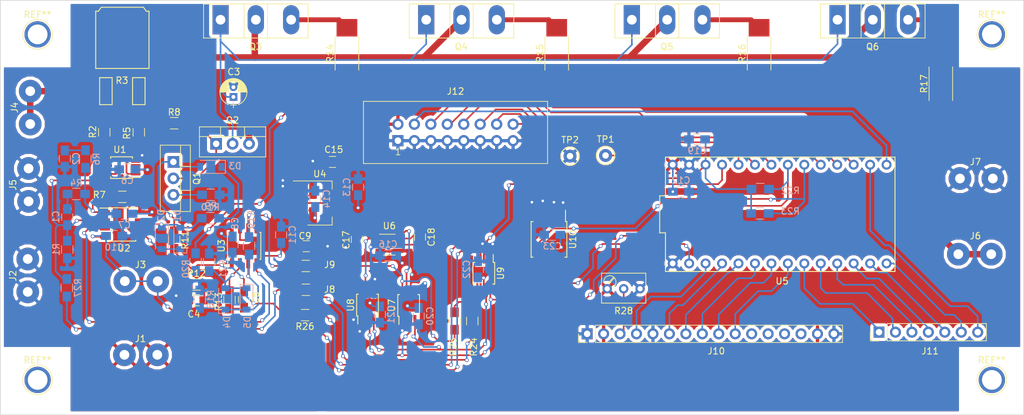
<source format=kicad_pcb>
(kicad_pcb (version 4) (host pcbnew 4.0.6)
  (layers (0 F.Cu signal hide) (31 B.Cu signal hide) (34 B.Paste user) (35 F.Paste user) (36 B.SilkS user) (37 F.SilkS user) (38 B.Mask user) (39 F.Mask user) (44 Edge.Cuts user))
  (net 0 "")
  (net 1 "Net-(C1-Pad1)")
  (net 2 /Control/AI1)
  (net 3 GND)
  (net 4 "Net-(C2-Pad2)")
  (net 5 "Net-(C3-Pad1)")
  (net 6 "Net-(C4-Pad2)")
  (net 7 "Net-(C5-Pad1)")
  (net 8 "Net-(C5-Pad2)")
  (net 9 +12V)
  (net 10 -12V)
  (net 11 +5V)
  (net 12 "Net-(D1-Pad1)")
  (net 13 "Net-(D1-Pad2)")
  (net 14 "Net-(D3-Pad1)")
  (net 15 "Net-(D3-Pad2)")
  (net 16 "Net-(D4-Pad1)")
  (net 17 /Control/AI0)
  (net 18 /Regulation/PWR_IN)
  (net 19 /Regulation/PWR_OUT)
  (net 20 /Control/Iset)
  (net 21 /Control/Iset_J)
  (net 22 /Control/Vset)
  (net 23 /Control/Vset_J)
  (net 24 "Net-(J10-Pad3)")
  (net 25 "Net-(J10-Pad4)")
  (net 26 "Net-(J10-Pad6)")
  (net 27 "Net-(J10-Pad7)")
  (net 28 "Net-(J10-Pad8)")
  (net 29 "Net-(J10-Pad9)")
  (net 30 "Net-(J10-Pad10)")
  (net 31 "Net-(J10-Pad11)")
  (net 32 "Net-(J10-Pad12)")
  (net 33 "Net-(J10-Pad13)")
  (net 34 "Net-(J10-Pad14)")
  (net 35 "Net-(J11-Pad3)")
  (net 36 "Net-(J11-Pad4)")
  (net 37 "Net-(J11-Pad5)")
  (net 38 "Net-(J11-Pad6)")
  (net 39 "Net-(J11-Pad7)")
  (net 40 "Net-(Q1-Pad2)")
  (net 41 "Net-(Q1-Pad3)")
  (net 42 /Regulation/I_RES)
  (net 43 "Net-(R2-Pad2)")
  (net 44 "Net-(R4-Pad1)")
  (net 45 "Net-(R5-Pad2)")
  (net 46 "Net-(R19-Pad1)")
  (net 47 +3V3)
  (net 48 /Control/SCL)
  (net 49 /Control/SDA)
  (net 50 "Net-(R24-Pad2)")
  (net 51 "Net-(R25-Pad1)")
  (net 52 "Net-(R26-Pad1)")
  (net 53 "Net-(R27-Pad1)")
  (net 54 "Net-(U10-Pad7)")
  (net 55 /Regulation/I_Q3)
  (net 56 /Regulation/I_Q4)
  (net 57 /Regulation/I_Q5)
  (net 58 /Regulation/I_Q6)
  (net 59 "Net-(C17-Pad1)")
  (net 60 "Net-(C18-Pad1)")
  (net 61 "Net-(U5-Pad30)")
  (net 62 "Net-(J11-Pad1)")
  (net 63 "Net-(J11-Pad2)")
  (net 64 "Net-(J12-Pad4)")
  (net 65 "Net-(J12-Pad6)")
  (net 66 "Net-(J12-Pad8)")
  (net 67 "Net-(J12-Pad10)")
  (net 68 "Net-(J12-Pad12)")
  (net 69 "Net-(J12-Pad14)")
  (net 70 "Net-(J12-Pad16)")
  (module Connectors:1pin (layer F.Cu) (at 259.08 101.6)
    (fp_text reference REF** (at 0 -3.048) (layer F.SilkS))
    (fp_text value 1pin)
    (pad 1 thru_hole circle (at 0 0) (size 4.064 4.064) (drill 3.048) (layers *.Cu *.Mask))
  )
  (module Connectors:1pin (layer F.Cu) (at 259.08 48.26)
    (fp_text reference REF** (at 0 -3.048) (layer F.SilkS))
    (fp_text value 1pin)
    (pad 1 thru_hole circle (at 0 0) (size 4.064 4.064) (drill 3.048) (layers *.Cu *.Mask))
  )
  (module Connectors:1pin (layer F.Cu) (at 111.76 48.26)
    (fp_text reference REF** (at 0 -3.048) (layer F.SilkS))
    (fp_text value 1pin)
    (pad 1 thru_hole circle (at 0 0) (size 4.064 4.064) (drill 3.048) (layers *.Cu *.Mask))
  )
  (module Connectors:1pin (layer F.Cu) (at 111.76 101.6)
    (fp_text reference REF** (at 0 -3.048) (layer F.SilkS))
    (fp_text value 1pin)
    (pad 1 thru_hole circle (at 0 0) (size 4.064 4.064) (drill 3.048) (layers *.Cu *.Mask))
  )
  (module TO_SOT_Packages_SMD:SOT-23-5_HandSoldering (layer F.Cu) (at 166.0652 80.7212)
    (fp_text reference U6 (at 0 -2.9) (layer F.SilkS))
    (fp_text value REF2041)
    (pad 1 smd rect (at -1.35 -0.95) (size 1.56 0.65) (layers F.Cu F.Paste F.Mask) (net 59 "Net-(C17-Pad1)"))
    (pad 2 smd rect (at -1.35 0) (size 1.56 0.65) (layers F.Cu F.Paste F.Mask) (net 3 GND))
    (pad 3 smd rect (at -1.35 0.95) (size 1.56 0.65) (layers F.Cu F.Paste F.Mask) (net 11 +5V))
    (pad 4 smd rect (at 1.35 0.95) (size 1.56 0.65) (layers F.Cu F.Paste F.Mask) (net 11 +5V))
    (pad 5 smd rect (at 1.35 -0.95) (size 1.56 0.65) (layers F.Cu F.Paste F.Mask) (net 60 "Net-(C18-Pad1)"))
  )
  (module Resistors_SMD:R_0805_HandSoldering (layer F.Cu) (at 127.381 63.373 270)
    (fp_text reference R5 (at 0.127 1.8415 270) (layer F.SilkS))
    (fp_text value 1k)
    (pad 1 smd rect (at -1.35 0 270) (size 1.5 1.3) (layers F.Cu F.Paste F.Mask) (net 42 /Regulation/I_RES))
    (pad 2 smd rect (at 1.35 0 270) (size 1.5 1.3) (layers F.Cu F.Paste F.Mask) (net 45 "Net-(R5-Pad2)"))
  )
  (module Capacitors_SMD:C_0805_HandSoldering (layer B.Cu) (at 116.332 76.454 270)
    (fp_text reference C1 (at 0 1.75 270) (layer B.SilkS) (effects (justify mirror)))
    (fp_text value 100n)
    (pad 1 smd rect (at -1.25 0 270) (size 1.5 1.25) (layers B.Cu B.Paste B.Mask) (net 1 "Net-(C1-Pad1)"))
    (pad 2 smd rect (at 1.25 0 270) (size 1.5 1.25) (layers B.Cu B.Paste B.Mask) (net 2 /Control/AI1))
  )
  (module Capacitors_SMD:C_0805_HandSoldering (layer B.Cu) (at 115.951 67.437 90)
    (fp_text reference C2 (at 0 1.75 90) (layer B.SilkS) (effects (justify mirror)))
    (fp_text value 100n)
    (pad 1 smd rect (at -1.25 0 90) (size 1.5 1.25) (layers B.Cu B.Paste B.Mask) (net 3 GND))
    (pad 2 smd rect (at 1.25 0 90) (size 1.5 1.25) (layers B.Cu B.Paste B.Mask) (net 4 "Net-(C2-Pad2)"))
  )
  (module Capacitors_THT:CP_Radial_D4.0mm_P1.50mm (layer F.Cu) (at 141.986 57.912 90)
    (fp_text reference C3 (at 3.8735 0.0635 180) (layer F.SilkS))
    (fp_text value 1u)
    (pad 1 thru_hole rect (at 0 0 90) (size 1.2 1.2) (drill 0.6) (layers *.Cu *.Mask) (net 5 "Net-(C3-Pad1)"))
    (pad 2 thru_hole circle (at 1.5 0 90) (size 1.2 1.2) (drill 0.6) (layers *.Cu *.Mask) (net 3 GND))
  )
  (module Capacitors_SMD:C_0805_HandSoldering (layer F.Cu) (at 136.2456 89.3064)
    (fp_text reference C4 (at -0.3556 2.1336) (layer F.SilkS))
    (fp_text value 100n)
    (pad 1 smd rect (at -1.25 0) (size 1.5 1.25) (layers F.Cu F.Paste F.Mask) (net 3 GND))
    (pad 2 smd rect (at 1.25 0) (size 1.5 1.25) (layers F.Cu F.Paste F.Mask) (net 6 "Net-(C4-Pad2)"))
  )
  (module Capacitors_SMD:C_0805_HandSoldering (layer F.Cu) (at 143.6116 89.2048 90)
    (fp_text reference C5 (at 0.3048 1.8034 90) (layer F.SilkS))
    (fp_text value 100n)
    (pad 1 smd rect (at -1.25 0 90) (size 1.5 1.25) (layers F.Cu F.Paste F.Mask) (net 7 "Net-(C5-Pad1)"))
    (pad 2 smd rect (at 1.25 0 90) (size 1.5 1.25) (layers F.Cu F.Paste F.Mask) (net 8 "Net-(C5-Pad2)"))
  )
  (module Capacitors_SMD:C_0805_HandSoldering (layer B.Cu) (at 125.603 69.088)
    (fp_text reference C6 (at 0 1.75) (layer B.SilkS) (effects (justify mirror)))
    (fp_text value 100n)
    (pad 1 smd rect (at -1.25 0) (size 1.5 1.25) (layers B.Cu B.Paste B.Mask) (net 3 GND))
    (pad 2 smd rect (at 1.25 0) (size 1.5 1.25) (layers B.Cu B.Paste B.Mask) (net 9 +12V))
  )
  (module Capacitors_SMD:C_0805_HandSoldering (layer B.Cu) (at 125.1585 75.946)
    (fp_text reference C7 (at 0 1.75) (layer B.SilkS) (effects (justify mirror)))
    (fp_text value 100n)
    (pad 1 smd rect (at -1.25 0) (size 1.5 1.25) (layers B.Cu B.Paste B.Mask) (net 3 GND))
    (pad 2 smd rect (at 1.25 0) (size 1.5 1.25) (layers B.Cu B.Paste B.Mask) (net 9 +12V))
  )
  (module Capacitors_SMD:C_0805_HandSoldering (layer B.Cu) (at 141.859 80.7085 90)
    (fp_text reference C8 (at 3.2385 0.381 90) (layer B.SilkS) (effects (justify mirror)))
    (fp_text value 100n)
    (pad 1 smd rect (at -1.25 0 90) (size 1.5 1.25) (layers B.Cu B.Paste B.Mask) (net 3 GND))
    (pad 2 smd rect (at 1.25 0 90) (size 1.5 1.25) (layers B.Cu B.Paste B.Mask) (net 9 +12V))
  )
  (module Capacitors_SMD:C_0805_HandSoldering (layer F.Cu) (at 153.2255 80.9625 180)
    (fp_text reference C9 (at 0.1905 1.5875 180) (layer F.SilkS))
    (fp_text value 100n)
    (pad 1 smd rect (at -1.25 0 180) (size 1.5 1.25) (layers F.Cu F.Paste F.Mask) (net 3 GND))
    (pad 2 smd rect (at 1.25 0 180) (size 1.5 1.25) (layers F.Cu F.Paste F.Mask) (net 9 +12V))
  )
  (module Capacitors_SMD:C_0805_HandSoldering (layer B.Cu) (at 123.571 79.375)
    (fp_text reference C10 (at 0 1.75) (layer B.SilkS) (effects (justify mirror)))
    (fp_text value 100n)
    (pad 1 smd rect (at -1.25 0) (size 1.5 1.25) (layers B.Cu B.Paste B.Mask) (net 10 -12V))
    (pad 2 smd rect (at 1.25 0) (size 1.5 1.25) (layers B.Cu B.Paste B.Mask) (net 3 GND))
  )
  (module Capacitors_SMD:C_0805_HandSoldering (layer B.Cu) (at 149.352 79.1972 90)
    (fp_text reference C11 (at 0 1.75 90) (layer B.SilkS) (effects (justify mirror)))
    (fp_text value 100n)
    (pad 1 smd rect (at -1.25 0 90) (size 1.5 1.25) (layers B.Cu B.Paste B.Mask) (net 10 -12V))
    (pad 2 smd rect (at 1.25 0 90) (size 1.5 1.25) (layers B.Cu B.Paste B.Mask) (net 3 GND))
  )
  (module Capacitors_SMD:C_0805_HandSoldering (layer B.Cu) (at 211.074 72.5424 180)
    (fp_text reference C12 (at 0 1.75 180) (layer B.SilkS) (effects (justify mirror)))
    (fp_text value 100n)
    (pad 1 smd rect (at -1.25 0 180) (size 1.5 1.25) (layers B.Cu B.Paste B.Mask) (net 3 GND))
    (pad 2 smd rect (at 1.25 0 180) (size 1.5 1.25) (layers B.Cu B.Paste B.Mask) (net 11 +5V))
  )
  (module Capacitors_SMD:C_0805_HandSoldering (layer B.Cu) (at 161.2392 71.8312 270)
    (fp_text reference C13 (at 0 1.75 270) (layer B.SilkS) (effects (justify mirror)))
    (fp_text value 100n)
    (pad 1 smd rect (at -1.25 0 270) (size 1.5 1.25) (layers B.Cu B.Paste B.Mask) (net 3 GND))
    (pad 2 smd rect (at 1.25 0 270) (size 1.5 1.25) (layers B.Cu B.Paste B.Mask) (net 11 +5V))
  )
  (module Capacitors_SMD:C_0805_HandSoldering (layer B.Cu) (at 154.6225 73.66 90)
    (fp_text reference C14 (at 0 1.75 90) (layer B.SilkS) (effects (justify mirror)))
    (fp_text value 10u)
    (pad 1 smd rect (at -1.25 0 90) (size 1.5 1.25) (layers B.Cu B.Paste B.Mask) (net 9 +12V))
    (pad 2 smd rect (at 1.25 0 90) (size 1.5 1.25) (layers B.Cu B.Paste B.Mask) (net 3 GND))
  )
  (module Capacitors_SMD:C_0805_HandSoldering (layer F.Cu) (at 157.2895 67.945 180)
    (fp_text reference C15 (at -0.1905 1.905 180) (layer F.SilkS))
    (fp_text value 10u)
    (pad 1 smd rect (at -1.25 0 180) (size 1.5 1.25) (layers F.Cu F.Paste F.Mask) (net 11 +5V))
    (pad 2 smd rect (at 1.25 0 180) (size 1.5 1.25) (layers F.Cu F.Paste F.Mask) (net 3 GND))
  )
  (module Capacitors_SMD:C_0805_HandSoldering (layer B.Cu) (at 165.862 82.3976 180)
    (fp_text reference C16 (at 0 1.75 180) (layer B.SilkS) (effects (justify mirror)))
    (fp_text value 0.1u)
    (pad 1 smd rect (at -1.25 0 180) (size 1.5 1.25) (layers B.Cu B.Paste B.Mask) (net 11 +5V))
    (pad 2 smd rect (at 1.25 0 180) (size 1.5 1.25) (layers B.Cu B.Paste B.Mask) (net 3 GND))
  )
  (module Capacitors_SMD:C_0805_HandSoldering (layer F.Cu) (at 161.036 79.9084 270)
    (fp_text reference C17 (at 0.1016 1.651 270) (layer F.SilkS))
    (fp_text value 0.1u)
    (pad 1 smd rect (at -1.25 0 270) (size 1.5 1.25) (layers F.Cu F.Paste F.Mask) (net 59 "Net-(C17-Pad1)"))
    (pad 2 smd rect (at 1.25 0 270) (size 1.5 1.25) (layers F.Cu F.Paste F.Mask) (net 3 GND))
  )
  (module Capacitors_SMD:C_0805_HandSoldering (layer F.Cu) (at 170.7896 79.5528 270)
    (fp_text reference C18 (at 0 -1.75 270) (layer F.SilkS))
    (fp_text value 0.1u)
    (pad 1 smd rect (at -1.25 0 270) (size 1.5 1.25) (layers F.Cu F.Paste F.Mask) (net 60 "Net-(C18-Pad1)"))
    (pad 2 smd rect (at 1.25 0 270) (size 1.5 1.25) (layers F.Cu F.Paste F.Mask) (net 3 GND))
  )
  (module Diodes_SMD:D_SOD-123 (layer B.Cu) (at 133.7945 79.756 90)
    (fp_text reference D1 (at 3.556 -0.4445 90) (layer B.SilkS) (effects (justify mirror)))
    (fp_text value 1N4148)
    (pad 1 smd rect (at -1.65 0 90) (size 0.9 1.2) (layers B.Cu B.Paste B.Mask) (net 12 "Net-(D1-Pad1)"))
    (pad 2 smd rect (at 1.65 0 90) (size 0.9 1.2) (layers B.Cu B.Paste B.Mask) (net 13 "Net-(D1-Pad2)"))
  )
  (module Diodes_SMD:D_SOD-123 (layer B.Cu) (at 130.937 79.756 270)
    (fp_text reference D2 (at -3.556 0.127 270) (layer B.SilkS) (effects (justify mirror)))
    (fp_text value 1N4148)
    (pad 1 smd rect (at -1.65 0 270) (size 0.9 1.2) (layers B.Cu B.Paste B.Mask) (net 13 "Net-(D1-Pad2)"))
    (pad 2 smd rect (at 1.65 0 270) (size 0.9 1.2) (layers B.Cu B.Paste B.Mask) (net 12 "Net-(D1-Pad1)"))
  )
  (module Diodes_SMD:D_SOD-123 (layer B.Cu) (at 138.4935 68.707 180)
    (fp_text reference D3 (at -3.7465 0.127 180) (layer B.SilkS) (effects (justify mirror)))
    (fp_text value 1N4148)
    (pad 1 smd rect (at -1.65 0 180) (size 0.9 1.2) (layers B.Cu B.Paste B.Mask) (net 14 "Net-(D3-Pad1)"))
    (pad 2 smd rect (at 1.65 0 180) (size 0.9 1.2) (layers B.Cu B.Paste B.Mask) (net 15 "Net-(D3-Pad2)"))
  )
  (module Diodes_SMD:D_SOD-123 (layer B.Cu) (at 140.716 89.0905 90)
    (fp_text reference D4 (at -3.6195 0.254 90) (layer B.SilkS) (effects (justify mirror)))
    (fp_text value 1N4148)
    (pad 1 smd rect (at -1.65 0 90) (size 0.9 1.2) (layers B.Cu B.Paste B.Mask) (net 16 "Net-(D4-Pad1)"))
    (pad 2 smd rect (at 1.65 0 90) (size 0.9 1.2) (layers B.Cu B.Paste B.Mask) (net 17 /Control/AI0))
  )
  (module Diodes_SMD:D_SOD-123 (layer B.Cu) (at 144.018 89.0905 270)
    (fp_text reference D5 (at 3.6195 -0.127 270) (layer B.SilkS) (effects (justify mirror)))
    (fp_text value 1N4148)
    (pad 1 smd rect (at -1.65 0 270) (size 0.9 1.2) (layers B.Cu B.Paste B.Mask) (net 17 /Control/AI0))
    (pad 2 smd rect (at 1.65 0 270) (size 0.9 1.2) (layers B.Cu B.Paste B.Mask) (net 16 "Net-(D4-Pad1)"))
  )
  (module Wire_Pads:SolderWirePad_2x_1-5mmDrill (layer F.Cu) (at 127.6985 97.7265 180)
    (fp_text reference J1 (at 0.0635 2.4765 180) (layer F.SilkS))
    (fp_text value +12V_IN)
    (pad 1 thru_hole circle (at -2.54 0 180) (size 3.50012 3.50012) (drill 1.50114) (layers *.Cu *.Mask) (net 9 +12V))
    (pad 1 thru_hole circle (at 2.54 0 180) (size 3.50012 3.50012) (drill 1.50114) (layers *.Cu *.Mask) (net 9 +12V))
  )
  (module Wire_Pads:SolderWirePad_2x_1-5mmDrill (layer F.Cu) (at 110.236 85.471 90)
    (fp_text reference J2 (at -0.0635 -2.286 90) (layer F.SilkS))
    (fp_text value RTN_12V)
    (pad 1 thru_hole circle (at -2.54 0 90) (size 3.50012 3.50012) (drill 1.50114) (layers *.Cu *.Mask) (net 3 GND))
    (pad 1 thru_hole circle (at 2.54 0 90) (size 3.50012 3.50012) (drill 1.50114) (layers *.Cu *.Mask) (net 3 GND))
  )
  (module Wire_Pads:SolderWirePad_2x_1-5mmDrill (layer F.Cu) (at 127.762 86.36)
    (fp_text reference J3 (at -0.127 -2.54) (layer F.SilkS))
    (fp_text value -12V_IN)
    (pad 1 thru_hole circle (at -2.54 0) (size 3.50012 3.50012) (drill 1.50114) (layers *.Cu *.Mask) (net 10 -12V))
    (pad 1 thru_hole circle (at 2.54 0) (size 3.50012 3.50012) (drill 1.50114) (layers *.Cu *.Mask) (net 10 -12V))
  )
  (module Wire_Pads:SolderWirePad_2x_1-5mmDrill (layer F.Cu) (at 110.617 59.563 90)
    (fp_text reference J4 (at 0 -2.413 90) (layer F.SilkS))
    (fp_text value PWR_IN)
    (pad 1 thru_hole circle (at -2.54 0 90) (size 3.50012 3.50012) (drill 1.50114) (layers *.Cu *.Mask) (net 18 /Regulation/PWR_IN))
    (pad 1 thru_hole circle (at 2.54 0 90) (size 3.50012 3.50012) (drill 1.50114) (layers *.Cu *.Mask) (net 18 /Regulation/PWR_IN))
  )
  (module Wire_Pads:SolderWirePad_2x_1-5mmDrill (layer F.Cu) (at 110.363 71.501 90)
    (fp_text reference J5 (at 0 -2.413 90) (layer F.SilkS))
    (fp_text value PWR_IN_RTN)
    (pad 1 thru_hole circle (at -2.54 0 90) (size 3.50012 3.50012) (drill 1.50114) (layers *.Cu *.Mask) (net 3 GND))
    (pad 1 thru_hole circle (at 2.54 0 90) (size 3.50012 3.50012) (drill 1.50114) (layers *.Cu *.Mask) (net 3 GND))
  )
  (module Wire_Pads:SolderWirePad_2x_1-5mmDrill (layer F.Cu) (at 256.4384 82.1944)
    (fp_text reference J6 (at 0.1016 -2.8194) (layer F.SilkS))
    (fp_text value PWR_OUT)
    (pad 1 thru_hole circle (at -2.54 0) (size 3.50012 3.50012) (drill 1.50114) (layers *.Cu *.Mask) (net 19 /Regulation/PWR_OUT))
    (pad 1 thru_hole circle (at 2.54 0) (size 3.50012 3.50012) (drill 1.50114) (layers *.Cu *.Mask) (net 19 /Regulation/PWR_OUT))
  )
  (module Wire_Pads:SolderWirePad_2x_1-5mmDrill (layer F.Cu) (at 256.6924 70.5104 180)
    (fp_text reference J7 (at 0.1524 2.5654 180) (layer F.SilkS))
    (fp_text value PWR_OUT_RTN)
    (pad 1 thru_hole circle (at -2.54 0 180) (size 3.50012 3.50012) (drill 1.50114) (layers *.Cu *.Mask) (net 3 GND))
    (pad 1 thru_hole circle (at 2.54 0 180) (size 3.50012 3.50012) (drill 1.50114) (layers *.Cu *.Mask) (net 3 GND))
  )
  (module Resistors_SMD:R_0805_HandSoldering (layer F.Cu) (at 153.162 87.6935)
    (fp_text reference J8 (at 3.683 -0.0635) (layer F.SilkS))
    (fp_text value JUMPER)
    (pad 1 smd rect (at -1.35 0) (size 1.5 1.3) (layers F.Cu F.Paste F.Mask) (net 20 /Control/Iset))
    (pad 2 smd rect (at 1.35 0) (size 1.5 1.3) (layers F.Cu F.Paste F.Mask) (net 21 /Control/Iset_J))
  )
  (module Resistors_SMD:R_0805_HandSoldering (layer F.Cu) (at 153.162 84.0105)
    (fp_text reference J9 (at 3.683 -0.1905) (layer F.SilkS))
    (fp_text value JUMPER)
    (pad 1 smd rect (at -1.35 0) (size 1.5 1.3) (layers F.Cu F.Paste F.Mask) (net 22 /Control/Vset))
    (pad 2 smd rect (at 1.35 0) (size 1.5 1.3) (layers F.Cu F.Paste F.Mask) (net 23 /Control/Vset_J))
  )
  (module Pin_Headers:Pin_Header_Straight_1x16_Pitch2.54mm (layer F.Cu) (at 196.596 94.488 90)
    (fp_text reference J10 (at -2.667 19.939 180) (layer F.SilkS))
    (fp_text value "LCD Header")
    (pad 1 thru_hole rect (at 0 0 90) (size 1.7 1.7) (drill 1) (layers *.Cu *.Mask) (net 3 GND))
    (pad 2 thru_hole oval (at 0 2.54 90) (size 1.7 1.7) (drill 1) (layers *.Cu *.Mask) (net 11 +5V))
    (pad 3 thru_hole oval (at 0 5.08 90) (size 1.7 1.7) (drill 1) (layers *.Cu *.Mask) (net 24 "Net-(J10-Pad3)"))
    (pad 4 thru_hole oval (at 0 7.62 90) (size 1.7 1.7) (drill 1) (layers *.Cu *.Mask) (net 25 "Net-(J10-Pad4)"))
    (pad 5 thru_hole oval (at 0 10.16 90) (size 1.7 1.7) (drill 1) (layers *.Cu *.Mask) (net 3 GND))
    (pad 6 thru_hole oval (at 0 12.7 90) (size 1.7 1.7) (drill 1) (layers *.Cu *.Mask) (net 26 "Net-(J10-Pad6)"))
    (pad 7 thru_hole oval (at 0 15.24 90) (size 1.7 1.7) (drill 1) (layers *.Cu *.Mask) (net 27 "Net-(J10-Pad7)"))
    (pad 8 thru_hole oval (at 0 17.78 90) (size 1.7 1.7) (drill 1) (layers *.Cu *.Mask) (net 28 "Net-(J10-Pad8)"))
    (pad 9 thru_hole oval (at 0 20.32 90) (size 1.7 1.7) (drill 1) (layers *.Cu *.Mask) (net 29 "Net-(J10-Pad9)"))
    (pad 10 thru_hole oval (at 0 22.86 90) (size 1.7 1.7) (drill 1) (layers *.Cu *.Mask) (net 30 "Net-(J10-Pad10)"))
    (pad 11 thru_hole oval (at 0 25.4 90) (size 1.7 1.7) (drill 1) (layers *.Cu *.Mask) (net 31 "Net-(J10-Pad11)"))
    (pad 12 thru_hole oval (at 0 27.94 90) (size 1.7 1.7) (drill 1) (layers *.Cu *.Mask) (net 32 "Net-(J10-Pad12)"))
    (pad 13 thru_hole oval (at 0 30.48 90) (size 1.7 1.7) (drill 1) (layers *.Cu *.Mask) (net 33 "Net-(J10-Pad13)"))
    (pad 14 thru_hole oval (at 0 33.02 90) (size 1.7 1.7) (drill 1) (layers *.Cu *.Mask) (net 34 "Net-(J10-Pad14)"))
    (pad 15 thru_hole oval (at 0 35.56 90) (size 1.7 1.7) (drill 1) (layers *.Cu *.Mask) (net 11 +5V))
    (pad 16 thru_hole oval (at 0 38.1 90) (size 1.7 1.7) (drill 1) (layers *.Cu *.Mask) (net 3 GND))
  )
  (module TO_SOT_Packages_THT:TO-220_Vertical (layer F.Cu) (at 132.715 67.945 270)
    (fp_text reference Q1 (at 2.54 -3.62 270) (layer F.SilkS))
    (fp_text value TIP41)
    (pad 1 thru_hole rect (at 0 0 270) (size 1.8 1.8) (drill 1) (layers *.Cu *.Mask) (net 15 "Net-(D3-Pad2)"))
    (pad 2 thru_hole oval (at 2.54 0 270) (size 1.8 1.8) (drill 1) (layers *.Cu *.Mask) (net 40 "Net-(Q1-Pad2)"))
    (pad 3 thru_hole oval (at 5.08 0 270) (size 1.8 1.8) (drill 1) (layers *.Cu *.Mask) (net 41 "Net-(Q1-Pad3)"))
  )
  (module TO_SOT_Packages_THT:TO-220_Vertical (layer F.Cu) (at 139.319 65.151)
    (fp_text reference Q2 (at 2.54 -3.62) (layer F.SilkS))
    (fp_text value TIP42)
    (pad 1 thru_hole rect (at 0 0) (size 1.8 1.8) (drill 1) (layers *.Cu *.Mask) (net 40 "Net-(Q1-Pad2)"))
    (pad 2 thru_hole oval (at 2.54 0) (size 1.8 1.8) (drill 1) (layers *.Cu *.Mask) (net 5 "Net-(C3-Pad1)"))
    (pad 3 thru_hole oval (at 5.08 0) (size 1.8 1.8) (drill 1) (layers *.Cu *.Mask) (net 42 /Regulation/I_RES))
  )
  (module TO_SOT_Packages_THT:TO-247_TO-3P_Vertical (layer F.Cu) (at 140 46)
    (fp_text reference Q3 (at 5.415 4.165) (layer F.SilkS))
    (fp_text value TIP35C)
    (pad 1 thru_hole rect (at 0 0) (size 2.5 4.5) (drill 1.5) (layers *.Cu *.Mask) (net 5 "Net-(C3-Pad1)"))
    (pad 2 thru_hole oval (at 5.45 0) (size 2.5 4.5) (drill 1.5) (layers *.Cu *.Mask) (net 42 /Regulation/I_RES))
    (pad 3 thru_hole oval (at 10.9 0) (size 2.5 4.5) (drill 1.5) (layers *.Cu *.Mask) (net 55 /Regulation/I_Q3))
  )
  (module TO_SOT_Packages_THT:TO-247_TO-3P_Vertical (layer F.Cu) (at 171.75 46)
    (fp_text reference Q4 (at 5.415 4.165) (layer F.SilkS))
    (fp_text value TIP35C)
    (pad 1 thru_hole rect (at 0 0) (size 2.5 4.5) (drill 1.5) (layers *.Cu *.Mask) (net 5 "Net-(C3-Pad1)"))
    (pad 2 thru_hole oval (at 5.45 0) (size 2.5 4.5) (drill 1.5) (layers *.Cu *.Mask) (net 42 /Regulation/I_RES))
    (pad 3 thru_hole oval (at 10.9 0) (size 2.5 4.5) (drill 1.5) (layers *.Cu *.Mask) (net 56 /Regulation/I_Q4))
  )
  (module TO_SOT_Packages_THT:TO-247_TO-3P_Vertical (layer F.Cu) (at 203.5 46)
    (fp_text reference Q5 (at 5.415 4.165) (layer F.SilkS))
    (fp_text value TIP35C)
    (pad 1 thru_hole rect (at 0 0) (size 2.5 4.5) (drill 1.5) (layers *.Cu *.Mask) (net 5 "Net-(C3-Pad1)"))
    (pad 2 thru_hole oval (at 5.45 0) (size 2.5 4.5) (drill 1.5) (layers *.Cu *.Mask) (net 42 /Regulation/I_RES))
    (pad 3 thru_hole oval (at 10.9 0) (size 2.5 4.5) (drill 1.5) (layers *.Cu *.Mask) (net 57 /Regulation/I_Q5))
  )
  (module TO_SOT_Packages_THT:TO-247_TO-3P_Vertical (layer F.Cu) (at 235.25 46)
    (fp_text reference Q6 (at 5.415 4.165) (layer F.SilkS))
    (fp_text value TIP35C)
    (pad 1 thru_hole rect (at 0 0) (size 2.5 4.5) (drill 1.5) (layers *.Cu *.Mask) (net 5 "Net-(C3-Pad1)"))
    (pad 2 thru_hole oval (at 5.45 0) (size 2.5 4.5) (drill 1.5) (layers *.Cu *.Mask) (net 42 /Regulation/I_RES))
    (pad 3 thru_hole oval (at 10.9 0) (size 2.5 4.5) (drill 1.5) (layers *.Cu *.Mask) (net 58 /Regulation/I_Q6))
  )
  (module Resistors_SMD:R_0805_HandSoldering (layer B.Cu) (at 116.332 81.4705 270)
    (fp_text reference R1 (at 0 1.7 270) (layer B.SilkS) (effects (justify mirror)))
    (fp_text value 2k)
    (pad 1 smd rect (at -1.35 0 270) (size 1.5 1.3) (layers B.Cu B.Paste B.Mask) (net 2 /Control/AI1))
    (pad 2 smd rect (at 1.35 0 270) (size 1.5 1.3) (layers B.Cu B.Paste B.Mask) (net 3 GND))
  )
  (module Resistors_SMD:R_0805_HandSoldering (layer F.Cu) (at 122.047 63.373 270)
    (fp_text reference R2 (at -0.0635 1.778 270) (layer F.SilkS))
    (fp_text value 1k)
    (pad 1 smd rect (at -1.35 0 270) (size 1.5 1.3) (layers F.Cu F.Paste F.Mask) (net 18 /Regulation/PWR_IN))
    (pad 2 smd rect (at 1.35 0 270) (size 1.5 1.3) (layers F.Cu F.Paste F.Mask) (net 43 "Net-(R2-Pad2)"))
  )
  (module Custom_DAR:RESISTOR_SMD_BOURNES_DPAK (layer F.Cu) (at 122.301 57.023)
    (fp_text reference R3 (at 2.4765 -1.651) (layer F.SilkS))
    (fp_text value 0.10)
    (pad 2 smd rect (at 0 0) (size 1.62 3.81) (layers F.Cu F.Paste F.Mask) (net 18 /Regulation/PWR_IN))
    (pad 1 smd rect (at 5.08 0) (size 1.62 3.81) (layers F.Cu F.Paste F.Mask) (net 42 /Regulation/I_RES))
    (pad "" smd rect (at -1.395 -3.685) (size 7.87 8.51) (drill (offset 3.935 -4.255)) (layers F.Cu F.Paste F.Mask))
  )
  (module Resistors_SMD:R_0805_HandSoldering (layer B.Cu) (at 117.729 72.898 180)
    (fp_text reference R4 (at 0 1.7 180) (layer B.SilkS) (effects (justify mirror)))
    (fp_text value 100)
    (pad 1 smd rect (at -1.35 0 180) (size 1.5 1.3) (layers B.Cu B.Paste B.Mask) (net 44 "Net-(R4-Pad1)"))
    (pad 2 smd rect (at 1.35 0 180) (size 1.5 1.3) (layers B.Cu B.Paste B.Mask) (net 1 "Net-(C1-Pad1)"))
  )
  (module Resistors_SMD:R_0805_HandSoldering (layer B.Cu) (at 119.126 67.5005 90)
    (fp_text reference R6 (at 0 1.7 90) (layer B.SilkS) (effects (justify mirror)))
    (fp_text value 100)
    (pad 1 smd rect (at -1.35 0 90) (size 1.5 1.3) (layers B.Cu B.Paste B.Mask) (net 44 "Net-(R4-Pad1)"))
    (pad 2 smd rect (at 1.35 0 90) (size 1.5 1.3) (layers B.Cu B.Paste B.Mask) (net 4 "Net-(C2-Pad2)"))
  )
  (module Resistors_SMD:R_0805_HandSoldering (layer F.Cu) (at 124.841 73.3425 180)
    (fp_text reference R7 (at 3.556 0.3175 180) (layer F.SilkS))
    (fp_text value 2k)
    (pad 1 smd rect (at -1.35 0 180) (size 1.5 1.3) (layers F.Cu F.Paste F.Mask) (net 12 "Net-(D1-Pad1)"))
    (pad 2 smd rect (at 1.35 0 180) (size 1.5 1.3) (layers F.Cu F.Paste F.Mask) (net 44 "Net-(R4-Pad1)"))
  )
  (module Resistors_SMD:R_0805_HandSoldering (layer F.Cu) (at 132.842 61.976)
    (fp_text reference R8 (at 0 -1.7) (layer F.SilkS))
    (fp_text value 330)
    (pad 1 smd rect (at -1.35 0) (size 1.5 1.3) (layers F.Cu F.Paste F.Mask) (net 42 /Regulation/I_RES))
    (pad 2 smd rect (at 1.35 0) (size 1.5 1.3) (layers F.Cu F.Paste F.Mask) (net 40 "Net-(Q1-Pad2)"))
  )
  (module Resistors_SMD:R_0805_HandSoldering (layer B.Cu) (at 138.4935 73.025)
    (fp_text reference R9 (at 0 1.7) (layer B.SilkS) (effects (justify mirror)))
    (fp_text value 330)
    (pad 1 smd rect (at -1.35 0) (size 1.5 1.3) (layers B.Cu B.Paste B.Mask) (net 41 "Net-(Q1-Pad3)"))
    (pad 2 smd rect (at 1.35 0) (size 1.5 1.3) (layers B.Cu B.Paste B.Mask) (net 3 GND))
  )
  (module Resistors_SMD:R_0805_HandSoldering (layer B.Cu) (at 138.43 76.6445 180)
    (fp_text reference R10 (at 0 1.7 180) (layer B.SilkS) (effects (justify mirror)))
    (fp_text value 2k)
    (pad 1 smd rect (at -1.35 0 180) (size 1.5 1.3) (layers B.Cu B.Paste B.Mask) (net 14 "Net-(D3-Pad1)"))
    (pad 2 smd rect (at 1.35 0 180) (size 1.5 1.3) (layers B.Cu B.Paste B.Mask) (net 13 "Net-(D1-Pad2)"))
  )
  (module Resistors_SMD:R_0805_HandSoldering (layer F.Cu) (at 132.842 80.01 270)
    (fp_text reference R11 (at 0 -1.7 270) (layer F.SilkS))
    (fp_text value 2k)
    (pad 1 smd rect (at -1.35 0 270) (size 1.5 1.3) (layers F.Cu F.Paste F.Mask) (net 15 "Net-(D3-Pad2)"))
    (pad 2 smd rect (at 1.35 0 270) (size 1.5 1.3) (layers F.Cu F.Paste F.Mask) (net 8 "Net-(C5-Pad2)"))
  )
  (module Resistors_SMD:R_0805_HandSoldering (layer F.Cu) (at 136.2964 86.868)
    (fp_text reference R12 (at 0 -1.7) (layer F.SilkS))
    (fp_text value 100)
    (pad 1 smd rect (at -1.35 0) (size 1.5 1.3) (layers F.Cu F.Paste F.Mask) (net 8 "Net-(C5-Pad2)"))
    (pad 2 smd rect (at 1.35 0) (size 1.5 1.3) (layers F.Cu F.Paste F.Mask) (net 6 "Net-(C4-Pad2)"))
  )
  (module Resistors_SMD:R_0805_HandSoldering (layer F.Cu) (at 141.3764 89.2556 270)
    (fp_text reference R13 (at 0.2794 1.6764 270) (layer F.SilkS))
    (fp_text value 100)
    (pad 1 smd rect (at -1.35 0 270) (size 1.5 1.3) (layers F.Cu F.Paste F.Mask) (net 17 /Control/AI0))
    (pad 2 smd rect (at 1.35 0 270) (size 1.5 1.3) (layers F.Cu F.Paste F.Mask) (net 7 "Net-(C5-Pad1)"))
  )
  (module Resistors_SMD:R_2512_HandSoldering (layer F.Cu) (at 159.512 51.181 90)
    (fp_text reference R14 (at 0 -2.6 90) (layer F.SilkS))
    (fp_text value 0.10)
    (pad 1 smd rect (at -3.95 0 90) (size 2.7 3.2) (layers F.Cu F.Paste F.Mask) (net 19 /Regulation/PWR_OUT))
    (pad 2 smd rect (at 3.95 0 90) (size 2.7 3.2) (layers F.Cu F.Paste F.Mask) (net 55 /Regulation/I_Q3))
  )
  (module Resistors_SMD:R_2512_HandSoldering (layer F.Cu) (at 191.897 51.181 90)
    (fp_text reference R15 (at 0 -2.6 90) (layer F.SilkS))
    (fp_text value 0.10)
    (pad 1 smd rect (at -3.95 0 90) (size 2.7 3.2) (layers F.Cu F.Paste F.Mask) (net 19 /Regulation/PWR_OUT))
    (pad 2 smd rect (at 3.95 0 90) (size 2.7 3.2) (layers F.Cu F.Paste F.Mask) (net 56 /Regulation/I_Q4))
  )
  (module Resistors_SMD:R_2512_HandSoldering (layer F.Cu) (at 223.139 51.181 90)
    (fp_text reference R16 (at 0 -2.6 90) (layer F.SilkS))
    (fp_text value 0.10)
    (pad 1 smd rect (at -3.95 0 90) (size 2.7 3.2) (layers F.Cu F.Paste F.Mask) (net 19 /Regulation/PWR_OUT))
    (pad 2 smd rect (at 3.95 0 90) (size 2.7 3.2) (layers F.Cu F.Paste F.Mask) (net 57 /Regulation/I_Q5))
  )
  (module Resistors_SMD:R_2512_HandSoldering (layer F.Cu) (at 251.206 55.88 90)
    (fp_text reference R17 (at 0 -2.6 90) (layer F.SilkS))
    (fp_text value 0.10)
    (pad 1 smd rect (at -3.95 0 90) (size 2.7 3.2) (layers F.Cu F.Paste F.Mask) (net 19 /Regulation/PWR_OUT))
    (pad 2 smd rect (at 3.95 0 90) (size 2.7 3.2) (layers F.Cu F.Paste F.Mask) (net 58 /Regulation/I_Q6))
  )
  (module Resistors_SMD:R_0805_HandSoldering (layer B.Cu) (at 136.779 89.154 90)
    (fp_text reference R18 (at 0 1.7 90) (layer B.SilkS) (effects (justify mirror)))
    (fp_text value 100k)
    (pad 1 smd rect (at -1.35 0 90) (size 1.5 1.3) (layers B.Cu B.Paste B.Mask) (net 16 "Net-(D4-Pad1)"))
    (pad 2 smd rect (at 1.35 0 90) (size 1.5 1.3) (layers B.Cu B.Paste B.Mask) (net 3 GND))
  )
  (module Resistors_SMD:R_0805_HandSoldering (layer B.Cu) (at 144.399 80.899 270)
    (fp_text reference R19 (at -4.064 -0.381 270) (layer B.SilkS) (effects (justify mirror)))
    (fp_text value 1k)
    (pad 1 smd rect (at -1.35 0 270) (size 1.5 1.3) (layers B.Cu B.Paste B.Mask) (net 46 "Net-(R19-Pad1)"))
    (pad 2 smd rect (at 1.35 0 270) (size 1.5 1.3) (layers B.Cu B.Paste B.Mask) (net 16 "Net-(D4-Pad1)"))
  )
  (module Resistors_SMD:R_0805_HandSoldering (layer B.Cu) (at 136.144 83.4136 270)
    (fp_text reference R20 (at 1.0414 1.524 270) (layer B.SilkS) (effects (justify mirror)))
    (fp_text value 22k)
    (pad 1 smd rect (at -1.35 0 270) (size 1.5 1.3) (layers B.Cu B.Paste B.Mask) (net 19 /Regulation/PWR_OUT))
    (pad 2 smd rect (at 1.35 0 270) (size 1.5 1.3) (layers B.Cu B.Paste B.Mask) (net 17 /Control/AI0))
  )
  (module Resistors_SMD:R_0805_HandSoldering (layer B.Cu) (at 138.2395 83.439 90)
    (fp_text reference R21 (at -1.016 2.0955 90) (layer B.SilkS) (effects (justify mirror)))
    (fp_text value 3.3k)
    (pad 1 smd rect (at -1.35 0 90) (size 1.5 1.3) (layers B.Cu B.Paste B.Mask) (net 17 /Control/AI0))
    (pad 2 smd rect (at 1.35 0 90) (size 1.5 1.3) (layers B.Cu B.Paste B.Mask) (net 3 GND))
  )
  (module Resistors_SMD:R_0805_HandSoldering (layer B.Cu) (at 223.3168 72.136)
    (fp_text reference R22 (at 4.6482 0.254) (layer B.SilkS) (effects (justify mirror)))
    (fp_text value 4.7k)
    (pad 1 smd rect (at -1.35 0) (size 1.5 1.3) (layers B.Cu B.Paste B.Mask) (net 47 +3V3))
    (pad 2 smd rect (at 1.35 0) (size 1.5 1.3) (layers B.Cu B.Paste B.Mask) (net 48 /Control/SCL))
  )
  (module Resistors_SMD:R_0805_HandSoldering (layer B.Cu) (at 223.266 75.8952)
    (fp_text reference R23 (at 4.699 -0.3302) (layer B.SilkS) (effects (justify mirror)))
    (fp_text value 4.7k)
    (pad 1 smd rect (at -1.35 0) (size 1.5 1.3) (layers B.Cu B.Paste B.Mask) (net 47 +3V3))
    (pad 2 smd rect (at 1.35 0) (size 1.5 1.3) (layers B.Cu B.Paste B.Mask) (net 49 /Control/SDA))
  )
  (module Resistors_SMD:R_0805_HandSoldering (layer F.Cu) (at 178.8668 92.5068 90)
    (fp_text reference R24 (at -4.0132 0.2032 90) (layer F.SilkS))
    (fp_text value 0)
    (pad 1 smd rect (at -1.35 0 90) (size 1.5 1.3) (layers F.Cu F.Paste F.Mask) (net 21 /Control/Iset_J))
    (pad 2 smd rect (at 1.35 0 90) (size 1.5 1.3) (layers F.Cu F.Paste F.Mask) (net 50 "Net-(R24-Pad2)"))
  )
  (module Resistors_SMD:R_0805_HandSoldering (layer F.Cu) (at 176.1236 92.5068 270)
    (fp_text reference R25 (at 4.0132 0.2286 270) (layer F.SilkS))
    (fp_text value 0)
    (pad 1 smd rect (at -1.35 0 270) (size 1.5 1.3) (layers F.Cu F.Paste F.Mask) (net 51 "Net-(R25-Pad1)"))
    (pad 2 smd rect (at 1.35 0 270) (size 1.5 1.3) (layers F.Cu F.Paste F.Mask) (net 23 /Control/Vset_J))
  )
  (module Resistors_SMD:R_0805_HandSoldering (layer F.Cu) (at 153.0604 91.5924 180)
    (fp_text reference R26 (at 0.0254 -1.7526 180) (layer F.SilkS))
    (fp_text value 0)
    (pad 1 smd rect (at -1.35 0 180) (size 1.5 1.3) (layers F.Cu F.Paste F.Mask) (net 52 "Net-(R26-Pad1)"))
    (pad 2 smd rect (at 1.35 0 180) (size 1.5 1.3) (layers F.Cu F.Paste F.Mask) (net 17 /Control/AI0))
  )
  (module Resistors_SMD:R_0805_HandSoldering (layer B.Cu) (at 116.2685 87.376 90)
    (fp_text reference R27 (at 0 1.7 90) (layer B.SilkS) (effects (justify mirror)))
    (fp_text value 0)
    (pad 1 smd rect (at -1.35 0 90) (size 1.5 1.3) (layers B.Cu B.Paste B.Mask) (net 53 "Net-(R27-Pad1)"))
    (pad 2 smd rect (at 1.35 0 90) (size 1.5 1.3) (layers B.Cu B.Paste B.Mask) (net 2 /Control/AI1))
  )
  (module Potentiometers:Potentiometer_Trimmer_Bourns_3266Y (layer F.Cu) (at 199.6948 87.5284 180)
    (fp_text reference R28 (at -2.54 -3.41 180) (layer F.SilkS))
    (fp_text value LCD_BRIGHT)
    (pad 1 thru_hole circle (at 0 0 180) (size 1.44 1.44) (drill 0.8) (layers *.Cu *.Mask) (net 11 +5V))
    (pad 2 thru_hole circle (at -2.54 0 180) (size 1.44 1.44) (drill 0.8) (layers *.Cu *.Mask) (net 24 "Net-(J10-Pad3)"))
    (pad 3 thru_hole circle (at -5.08 0 180) (size 1.44 1.44) (drill 0.8) (layers *.Cu *.Mask) (net 3 GND))
  )
  (module Measurement_Points:Test_Point_Keystone_5000-5004_Miniature (layer F.Cu) (at 199.4408 66.9544)
    (fp_text reference TP1 (at 0 -2.5) (layer F.SilkS))
    (fp_text value +3.3V)
    (pad 1 thru_hole circle (at 0 0) (size 2 2) (drill 1) (layers *.Cu *.Mask) (net 47 +3V3))
  )
  (module Measurement_Points:Test_Point_Keystone_5000-5004_Miniature (layer F.Cu) (at 193.9544 67.056)
    (fp_text reference TP2 (at 0 -2.5) (layer F.SilkS))
    (fp_text value GND)
    (pad 1 thru_hole circle (at 0 0) (size 2 2) (drill 1) (layers *.Cu *.Mask) (net 3 GND))
  )
  (module Housings_SSOP:MSOP-8_3x3mm_Pitch0.65mm (layer F.Cu) (at 124.714 68.834 180)
    (fp_text reference U1 (at 0.254 2.794 180) (layer F.SilkS))
    (fp_text value LT6105)
    (pad 1 smd rect (at -2.2 -0.975 180) (size 1.45 0.45) (layers F.Cu F.Paste F.Mask) (net 45 "Net-(R5-Pad2)"))
    (pad 2 smd rect (at -2.2 -0.325 180) (size 1.45 0.45) (layers F.Cu F.Paste F.Mask) (net 9 +12V))
    (pad 3 smd rect (at -2.2 0.325 180) (size 1.45 0.45) (layers F.Cu F.Paste F.Mask))
    (pad 4 smd rect (at -2.2 0.975 180) (size 1.45 0.45) (layers F.Cu F.Paste F.Mask) (net 3 GND))
    (pad 5 smd rect (at 2.2 0.975 180) (size 1.45 0.45) (layers F.Cu F.Paste F.Mask) (net 2 /Control/AI1))
    (pad 6 smd rect (at 2.2 0.325 180) (size 1.45 0.45) (layers F.Cu F.Paste F.Mask))
    (pad 7 smd rect (at 2.2 -0.325 180) (size 1.45 0.45) (layers F.Cu F.Paste F.Mask))
    (pad 8 smd rect (at 2.2 -0.975 180) (size 1.45 0.45) (layers F.Cu F.Paste F.Mask) (net 43 "Net-(R2-Pad2)"))
  )
  (module Housings_SOIC:SOIC-8_3.9x4.9mm_Pitch1.27mm (layer F.Cu) (at 124.841 77.597)
    (fp_text reference U2 (at 0.254 3.683) (layer F.SilkS))
    (fp_text value NE5532)
    (pad 1 smd rect (at -2.7 -1.905) (size 1.55 0.6) (layers F.Cu F.Paste F.Mask) (net 44 "Net-(R4-Pad1)"))
    (pad 2 smd rect (at -2.7 -0.635) (size 1.55 0.6) (layers F.Cu F.Paste F.Mask) (net 2 /Control/AI1))
    (pad 3 smd rect (at -2.7 0.635) (size 1.55 0.6) (layers F.Cu F.Paste F.Mask) (net 20 /Control/Iset))
    (pad 4 smd rect (at -2.7 1.905) (size 1.55 0.6) (layers F.Cu F.Paste F.Mask) (net 10 -12V))
    (pad 5 smd rect (at 2.7 1.905) (size 1.55 0.6) (layers F.Cu F.Paste F.Mask) (net 12 "Net-(D1-Pad1)"))
    (pad 6 smd rect (at 2.7 0.635) (size 1.55 0.6) (layers F.Cu F.Paste F.Mask) (net 13 "Net-(D1-Pad2)"))
    (pad 7 smd rect (at 2.7 -0.635) (size 1.55 0.6) (layers F.Cu F.Paste F.Mask) (net 13 "Net-(D1-Pad2)"))
    (pad 8 smd rect (at 2.7 -1.905) (size 1.55 0.6) (layers F.Cu F.Paste F.Mask) (net 9 +12V))
  )
  (module Housings_SOIC:SOIC-8_3.9x4.9mm_Pitch1.27mm (layer F.Cu) (at 143.637 80.899 90)
    (fp_text reference U3 (at 0 -3.5 90) (layer F.SilkS))
    (fp_text value NE5532)
    (pad 1 smd rect (at -2.7 -1.905 90) (size 1.55 0.6) (layers F.Cu F.Paste F.Mask) (net 8 "Net-(C5-Pad2)"))
    (pad 2 smd rect (at -2.7 -0.635 90) (size 1.55 0.6) (layers F.Cu F.Paste F.Mask) (net 17 /Control/AI0))
    (pad 3 smd rect (at -2.7 0.635 90) (size 1.55 0.6) (layers F.Cu F.Paste F.Mask) (net 16 "Net-(D4-Pad1)"))
    (pad 4 smd rect (at -2.7 1.905 90) (size 1.55 0.6) (layers F.Cu F.Paste F.Mask) (net 10 -12V))
    (pad 5 smd rect (at 2.7 1.905 90) (size 1.55 0.6) (layers F.Cu F.Paste F.Mask) (net 22 /Control/Vset))
    (pad 6 smd rect (at 2.7 0.635 90) (size 1.55 0.6) (layers F.Cu F.Paste F.Mask) (net 46 "Net-(R19-Pad1)"))
    (pad 7 smd rect (at 2.7 -0.635 90) (size 1.55 0.6) (layers F.Cu F.Paste F.Mask) (net 46 "Net-(R19-Pad1)"))
    (pad 8 smd rect (at 2.7 -1.905 90) (size 1.55 0.6) (layers F.Cu F.Paste F.Mask) (net 9 +12V))
  )
  (module TO_SOT_Packages_SMD:SOT-223 (layer F.Cu) (at 155.321 74.295)
    (fp_text reference U4 (at 0 -4.5) (layer F.SilkS))
    (fp_text value LM1117-5.0)
    (pad 4 smd rect (at 3.15 0) (size 2 3.8) (layers F.Cu F.Paste F.Mask) (net 11 +5V))
    (pad 2 smd rect (at -3.15 0) (size 2 1.5) (layers F.Cu F.Paste F.Mask) (net 11 +5V))
    (pad 3 smd rect (at -3.15 2.3) (size 2 1.5) (layers F.Cu F.Paste F.Mask) (net 9 +12V))
    (pad 1 smd rect (at -3.15 -2.3) (size 2 1.5) (layers F.Cu F.Paste F.Mask) (net 3 GND))
  )
  (module Custom_DAR:CUSTOM_Teensy_3.2_NoProg (layer F.Cu) (at 209.7024 84.7344)
    (fp_text reference U5 (at 16.9926 1.6256) (layer F.SilkS))
    (fp_text value Teensy_3.2_NoProg)
    (pad 1 thru_hole circle (at 0.1016 -1.1176) (size 1.524 1.524) (drill 0.889) (layers *.Cu *.Mask) (net 3 GND))
    (pad 2 thru_hole circle (at 2.6416 -1.1176) (size 1.524 1.524) (drill 0.889) (layers *.Cu *.Mask) (net 54 "Net-(U10-Pad7)"))
    (pad 3 thru_hole circle (at 5.1816 -1.1176) (size 1.524 1.524) (drill 0.889) (layers *.Cu *.Mask) (net 25 "Net-(J10-Pad4)"))
    (pad 4 thru_hole circle (at 7.7216 -1.1176) (size 1.524 1.524) (drill 0.889) (layers *.Cu *.Mask) (net 26 "Net-(J10-Pad6)"))
    (pad 5 thru_hole circle (at 10.2616 -1.1176) (size 1.524 1.524) (drill 0.889) (layers *.Cu *.Mask) (net 27 "Net-(J10-Pad7)"))
    (pad 6 thru_hole circle (at 12.8016 -1.1176) (size 1.524 1.524) (drill 0.889) (layers *.Cu *.Mask) (net 28 "Net-(J10-Pad8)"))
    (pad 7 thru_hole circle (at 15.3416 -1.1176) (size 1.524 1.524) (drill 0.889) (layers *.Cu *.Mask) (net 29 "Net-(J10-Pad9)"))
    (pad 8 thru_hole circle (at 17.8816 -1.1176) (size 1.524 1.524) (drill 0.889) (layers *.Cu *.Mask) (net 30 "Net-(J10-Pad10)"))
    (pad 9 thru_hole circle (at 20.4216 -1.1176) (size 1.524 1.524) (drill 0.889) (layers *.Cu *.Mask) (net 62 "Net-(J11-Pad1)"))
    (pad 10 thru_hole circle (at 22.9616 -1.1176) (size 1.524 1.524) (drill 0.889) (layers *.Cu *.Mask) (net 63 "Net-(J11-Pad2)"))
    (pad 11 thru_hole circle (at 25.5016 -1.1176) (size 1.524 1.524) (drill 0.889) (layers *.Cu *.Mask) (net 35 "Net-(J11-Pad3)"))
    (pad 12 thru_hole circle (at 28.0416 -1.1176) (size 1.524 1.524) (drill 0.889) (layers *.Cu *.Mask) (net 36 "Net-(J11-Pad4)"))
    (pad 13 thru_hole circle (at 30.5816 -1.1176) (size 1.524 1.524) (drill 0.889) (layers *.Cu *.Mask) (net 37 "Net-(J11-Pad5)"))
    (pad 14 thru_hole circle (at 33.1216 -1.1176) (size 1.524 1.524) (drill 0.889) (layers *.Cu *.Mask) (net 38 "Net-(J11-Pad6)"))
    (pad 33 thru_hole circle (at 0.1016 -16.3576) (size 1.524 1.524) (drill 0.889) (layers *.Cu *.Mask) (net 11 +5V))
    (pad 32 thru_hole circle (at 2.6416 -16.3576) (size 1.524 1.524) (drill 0.889) (layers *.Cu *.Mask) (net 3 GND))
    (pad 31 thru_hole circle (at 5.1816 -16.3576) (size 1.524 1.524) (drill 0.889) (layers *.Cu *.Mask) (net 47 +3V3))
    (pad 30 thru_hole circle (at 7.7216 -16.3576) (size 1.524 1.524) (drill 0.889) (layers *.Cu *.Mask) (net 61 "Net-(U5-Pad30)"))
    (pad 29 thru_hole circle (at 10.2616 -16.3576) (size 1.524 1.524) (drill 0.889) (layers *.Cu *.Mask) (net 70 "Net-(J12-Pad16)"))
    (pad 28 thru_hole circle (at 12.8016 -16.3576) (size 1.524 1.524) (drill 0.889) (layers *.Cu *.Mask) (net 69 "Net-(J12-Pad14)"))
    (pad 27 thru_hole circle (at 15.3416 -16.3576) (size 1.524 1.524) (drill 0.889) (layers *.Cu *.Mask) (net 68 "Net-(J12-Pad12)"))
    (pad 26 thru_hole circle (at 17.8816 -16.3576) (size 1.524 1.524) (drill 0.889) (layers *.Cu *.Mask) (net 48 /Control/SCL))
    (pad 25 thru_hole circle (at 20.4216 -16.3576) (size 1.524 1.524) (drill 0.889) (layers *.Cu *.Mask) (net 49 /Control/SDA))
    (pad 24 thru_hole circle (at 22.9616 -16.3576) (size 1.524 1.524) (drill 0.889) (layers *.Cu *.Mask) (net 67 "Net-(J12-Pad10)"))
    (pad 23 thru_hole circle (at 25.5016 -16.3576) (size 1.524 1.524) (drill 0.889) (layers *.Cu *.Mask) (net 66 "Net-(J12-Pad8)"))
    (pad 22 thru_hole circle (at 28.0416 -16.3576) (size 1.524 1.524) (drill 0.889) (layers *.Cu *.Mask) (net 65 "Net-(J12-Pad6)"))
    (pad 21 thru_hole circle (at 30.5816 -16.3576) (size 1.524 1.524) (drill 0.889) (layers *.Cu *.Mask) (net 39 "Net-(J11-Pad7)"))
    (pad 20 thru_hole circle (at 33.1216 -16.3576) (size 1.524 1.524) (drill 0.889) (layers *.Cu *.Mask) (net 64 "Net-(J12-Pad4)"))
  )
  (module Housings_SSOP:MSOP-8_3x3mm_Pitch0.65mm (layer F.Cu) (at 169.037 90.1065 90)
    (fp_text reference U7 (at 0 -2.6 90) (layer F.SilkS))
    (fp_text value DAC121C085)
    (pad 1 smd rect (at -2.2 -0.975 90) (size 1.45 0.45) (layers F.Cu F.Paste F.Mask) (net 11 +5V))
    (pad 2 smd rect (at -2.2 -0.325 90) (size 1.45 0.45) (layers F.Cu F.Paste F.Mask) (net 3 GND))
    (pad 3 smd rect (at -2.2 0.325 90) (size 1.45 0.45) (layers F.Cu F.Paste F.Mask) (net 48 /Control/SCL))
    (pad 4 smd rect (at -2.2 0.975 90) (size 1.45 0.45) (layers F.Cu F.Paste F.Mask) (net 49 /Control/SDA))
    (pad 5 smd rect (at 2.2 0.975 90) (size 1.45 0.45) (layers F.Cu F.Paste F.Mask) (net 3 GND))
    (pad 6 smd rect (at 2.2 0.325 90) (size 1.45 0.45) (layers F.Cu F.Paste F.Mask) (net 11 +5V))
    (pad 7 smd rect (at 2.2 -0.325 90) (size 1.45 0.45) (layers F.Cu F.Paste F.Mask) (net 60 "Net-(C18-Pad1)"))
    (pad 8 smd rect (at 2.2 -0.975 90) (size 1.45 0.45) (layers F.Cu F.Paste F.Mask) (net 23 /Control/Vset_J))
  )
  (module Housings_SSOP:MSOP-8_3x3mm_Pitch0.65mm (layer F.Cu) (at 162.687 90.043 90)
    (fp_text reference U8 (at 0 -2.6 90) (layer F.SilkS))
    (fp_text value DAC121C085)
    (pad 1 smd rect (at -2.2 -0.975 90) (size 1.45 0.45) (layers F.Cu F.Paste F.Mask) (net 3 GND))
    (pad 2 smd rect (at -2.2 -0.325 90) (size 1.45 0.45) (layers F.Cu F.Paste F.Mask) (net 3 GND))
    (pad 3 smd rect (at -2.2 0.325 90) (size 1.45 0.45) (layers F.Cu F.Paste F.Mask) (net 48 /Control/SCL))
    (pad 4 smd rect (at -2.2 0.975 90) (size 1.45 0.45) (layers F.Cu F.Paste F.Mask) (net 49 /Control/SDA))
    (pad 5 smd rect (at 2.2 0.975 90) (size 1.45 0.45) (layers F.Cu F.Paste F.Mask) (net 3 GND))
    (pad 6 smd rect (at 2.2 0.325 90) (size 1.45 0.45) (layers F.Cu F.Paste F.Mask) (net 11 +5V))
    (pad 7 smd rect (at 2.2 -0.325 90) (size 1.45 0.45) (layers F.Cu F.Paste F.Mask) (net 59 "Net-(C17-Pad1)"))
    (pad 8 smd rect (at 2.2 -0.975 90) (size 1.45 0.45) (layers F.Cu F.Paste F.Mask) (net 21 /Control/Iset_J))
  )
  (module Housings_SSOP:MSOP-10_3x3mm_Pitch0.5mm (layer F.Cu) (at 180.6448 85.1408 270)
    (fp_text reference U9 (at 0 -2.6 270) (layer F.SilkS))
    (fp_text value ADS1115)
    (pad 1 smd rect (at -2.2 -1 270) (size 1.4 0.3) (layers F.Cu F.Paste F.Mask) (net 3 GND))
    (pad 2 smd rect (at -2.2 -0.5 270) (size 1.4 0.3) (layers F.Cu F.Paste F.Mask) (net 61 "Net-(U5-Pad30)"))
    (pad 3 smd rect (at -2.2 0 270) (size 1.4 0.3) (layers F.Cu F.Paste F.Mask) (net 3 GND))
    (pad 4 smd rect (at -2.2 0.5 270) (size 1.4 0.3) (layers F.Cu F.Paste F.Mask) (net 52 "Net-(R26-Pad1)"))
    (pad 5 smd rect (at -2.2 1 270) (size 1.4 0.3) (layers F.Cu F.Paste F.Mask) (net 53 "Net-(R27-Pad1)"))
    (pad 6 smd rect (at 2.2 1 270) (size 1.4 0.3) (layers F.Cu F.Paste F.Mask) (net 51 "Net-(R25-Pad1)"))
    (pad 7 smd rect (at 2.2 0.5 270) (size 1.4 0.3) (layers F.Cu F.Paste F.Mask) (net 50 "Net-(R24-Pad2)"))
    (pad 8 smd rect (at 2.2 0 270) (size 1.4 0.3) (layers F.Cu F.Paste F.Mask) (net 11 +5V))
    (pad 9 smd rect (at 2.2 -0.5 270) (size 1.4 0.3) (layers F.Cu F.Paste F.Mask) (net 49 /Control/SDA))
    (pad 10 smd rect (at 2.2 -1 270) (size 1.4 0.3) (layers F.Cu F.Paste F.Mask) (net 48 /Control/SCL))
  )
  (module Housings_SOIC:SOIJ-8_5.3x5.3mm_Pitch1.27mm (layer F.Cu) (at 190.7032 79.9084 270)
    (fp_text reference U10 (at 0 -3.68 270) (layer F.SilkS))
    (fp_text value MB85RC256V)
    (pad 1 smd rect (at -3.65 -1.905 270) (size 1.7 0.65) (layers F.Cu F.Paste F.Mask) (net 3 GND))
    (pad 2 smd rect (at -3.65 -0.635 270) (size 1.7 0.65) (layers F.Cu F.Paste F.Mask) (net 3 GND))
    (pad 3 smd rect (at -3.65 0.635 270) (size 1.7 0.65) (layers F.Cu F.Paste F.Mask) (net 3 GND))
    (pad 4 smd rect (at -3.65 1.905 270) (size 1.7 0.65) (layers F.Cu F.Paste F.Mask) (net 3 GND))
    (pad 5 smd rect (at 3.65 1.905 270) (size 1.7 0.65) (layers F.Cu F.Paste F.Mask) (net 49 /Control/SDA))
    (pad 6 smd rect (at 3.65 0.635 270) (size 1.7 0.65) (layers F.Cu F.Paste F.Mask) (net 48 /Control/SCL))
    (pad 7 smd rect (at 3.65 -0.635 270) (size 1.7 0.65) (layers F.Cu F.Paste F.Mask) (net 54 "Net-(U10-Pad7)"))
    (pad 8 smd rect (at 3.65 -1.905 270) (size 1.7 0.65) (layers F.Cu F.Paste F.Mask) (net 11 +5V))
  )
  (module Custom_DAR:Heatsink_160x80x26.9mm (layer F.Cu) (at 184.404 42.164)
    (fp_text reference HS** (at 0.254 -1.016) (layer F.SilkS))
    (fp_text value Heatsink_160x80x26.9mm)
  )
  (module Capacitors_SMD:C_0805_HandSoldering (layer B.Cu) (at 213.5632 64.4652)
    (fp_text reference C19 (at 0 1.75) (layer B.SilkS) (effects (justify mirror)))
    (fp_text value 100n)
    (pad 1 smd rect (at -1.25 0) (size 1.5 1.25) (layers B.Cu B.Paste B.Mask) (net 3 GND))
    (pad 2 smd rect (at 1.25 0) (size 1.5 1.25) (layers B.Cu B.Paste B.Mask) (net 47 +3V3))
  )
  (module Capacitors_SMD:C_0805_HandSoldering (layer B.Cu) (at 170.5864 91.7448 90)
    (fp_text reference C20 (at 0 1.75 90) (layer B.SilkS) (effects (justify mirror)))
    (fp_text value 100n)
    (pad 1 smd rect (at -1.25 0 90) (size 1.5 1.25) (layers B.Cu B.Paste B.Mask) (net 3 GND))
    (pad 2 smd rect (at 1.25 0 90) (size 1.5 1.25) (layers B.Cu B.Paste B.Mask) (net 11 +5V))
  )
  (module Capacitors_SMD:C_0805_HandSoldering (layer B.Cu) (at 164.592 91.5035 90)
    (fp_text reference C21 (at 0 1.75 90) (layer B.SilkS) (effects (justify mirror)))
    (fp_text value 100n)
    (pad 1 smd rect (at -1.25 0 90) (size 1.5 1.25) (layers B.Cu B.Paste B.Mask) (net 3 GND))
    (pad 2 smd rect (at 1.25 0 90) (size 1.5 1.25) (layers B.Cu B.Paste B.Mask) (net 11 +5V))
  )
  (module Capacitors_SMD:C_0805_HandSoldering (layer B.Cu) (at 179.7304 84.5312 270)
    (fp_text reference C22 (at 0 1.75 270) (layer B.SilkS) (effects (justify mirror)))
    (fp_text value 100n)
    (pad 1 smd rect (at -1.25 0 270) (size 1.5 1.25) (layers B.Cu B.Paste B.Mask) (net 3 GND))
    (pad 2 smd rect (at 1.25 0 270) (size 1.5 1.25) (layers B.Cu B.Paste B.Mask) (net 11 +5V))
  )
  (module Capacitors_SMD:C_0805_HandSoldering (layer B.Cu) (at 191.2112 79.1972)
    (fp_text reference C23 (at 0 1.75) (layer B.SilkS) (effects (justify mirror)))
    (fp_text value 100n)
    (pad 1 smd rect (at -1.25 0) (size 1.5 1.25) (layers B.Cu B.Paste B.Mask) (net 3 GND))
    (pad 2 smd rect (at 1.25 0) (size 1.5 1.25) (layers B.Cu B.Paste B.Mask) (net 11 +5V))
  )
  (module Pin_Headers:Pin_Header_Straight_1x07_Pitch2.54mm (layer F.Cu) (at 241.6556 94.234 90)
    (fp_text reference J11 (at -2.921 7.8994 180) (layer F.SilkS))
    (fp_text value CONN_01X07)
    (pad 1 thru_hole rect (at 0 0 90) (size 1.7 1.7) (drill 1) (layers *.Cu *.Mask) (net 62 "Net-(J11-Pad1)"))
    (pad 2 thru_hole oval (at 0 2.54 90) (size 1.7 1.7) (drill 1) (layers *.Cu *.Mask) (net 63 "Net-(J11-Pad2)"))
    (pad 3 thru_hole oval (at 0 5.08 90) (size 1.7 1.7) (drill 1) (layers *.Cu *.Mask) (net 35 "Net-(J11-Pad3)"))
    (pad 4 thru_hole oval (at 0 7.62 90) (size 1.7 1.7) (drill 1) (layers *.Cu *.Mask) (net 36 "Net-(J11-Pad4)"))
    (pad 5 thru_hole oval (at 0 10.16 90) (size 1.7 1.7) (drill 1) (layers *.Cu *.Mask) (net 37 "Net-(J11-Pad5)"))
    (pad 6 thru_hole oval (at 0 12.7 90) (size 1.7 1.7) (drill 1) (layers *.Cu *.Mask) (net 38 "Net-(J11-Pad6)"))
    (pad 7 thru_hole oval (at 0 15.24 90) (size 1.7 1.7) (drill 1) (layers *.Cu *.Mask) (net 39 "Net-(J11-Pad7)"))
  )
  (module Connectors:IDC_Header_Straight_16pins (layer F.Cu) (at 167.386 64.6684)
    (fp_text reference J12 (at 8.89 -7.62) (layer F.SilkS))
    (fp_text value CONN_02X08)
    (fp_text user 1 (at 0.02 1.72) (layer F.SilkS) (effects (font (thickness 0.12))))
    (pad 1 thru_hole rect (at 0 0) (size 1.7272 1.7272) (drill 1.016) (layers *.Cu *.Mask) (net 3 GND))
    (pad 2 thru_hole oval (at 0 -2.54) (size 1.7272 1.7272) (drill 1.016) (layers *.Cu *.Mask) (net 11 +5V))
    (pad 3 thru_hole oval (at 2.54 0) (size 1.7272 1.7272) (drill 1.016) (layers *.Cu *.Mask) (net 3 GND))
    (pad 4 thru_hole oval (at 2.54 -2.54) (size 1.7272 1.7272) (drill 1.016) (layers *.Cu *.Mask) (net 64 "Net-(J12-Pad4)"))
    (pad 5 thru_hole oval (at 5.08 0) (size 1.7272 1.7272) (drill 1.016) (layers *.Cu *.Mask) (net 3 GND))
    (pad 6 thru_hole oval (at 5.08 -2.54) (size 1.7272 1.7272) (drill 1.016) (layers *.Cu *.Mask) (net 65 "Net-(J12-Pad6)"))
    (pad 7 thru_hole oval (at 7.62 0) (size 1.7272 1.7272) (drill 1.016) (layers *.Cu *.Mask) (net 3 GND))
    (pad 8 thru_hole oval (at 7.62 -2.54) (size 1.7272 1.7272) (drill 1.016) (layers *.Cu *.Mask) (net 66 "Net-(J12-Pad8)"))
    (pad 9 thru_hole oval (at 10.16 0) (size 1.7272 1.7272) (drill 1.016) (layers *.Cu *.Mask) (net 3 GND))
    (pad 10 thru_hole oval (at 10.16 -2.54) (size 1.7272 1.7272) (drill 1.016) (layers *.Cu *.Mask) (net 67 "Net-(J12-Pad10)"))
    (pad 11 thru_hole oval (at 12.7 0) (size 1.7272 1.7272) (drill 1.016) (layers *.Cu *.Mask) (net 3 GND))
    (pad 12 thru_hole oval (at 12.7 -2.54) (size 1.7272 1.7272) (drill 1.016) (layers *.Cu *.Mask) (net 68 "Net-(J12-Pad12)"))
    (pad 13 thru_hole oval (at 15.24 0) (size 1.7272 1.7272) (drill 1.016) (layers *.Cu *.Mask) (net 3 GND))
    (pad 14 thru_hole oval (at 15.24 -2.54) (size 1.7272 1.7272) (drill 1.016) (layers *.Cu *.Mask) (net 69 "Net-(J12-Pad14)"))
    (pad 15 thru_hole oval (at 17.78 0) (size 1.7272 1.7272) (drill 1.016) (layers *.Cu *.Mask) (net 3 GND))
    (pad 16 thru_hole oval (at 17.78 -2.54) (size 1.7272 1.7272) (drill 1.016) (layers *.Cu *.Mask) (net 70 "Net-(J12-Pad16)"))
  )
  (gr_line (start 106 107) (end 264 107) (angle 90) (layer Edge.Cuts) (width 0.1))
  (gr_line (start 264 43) (end 264 107) (angle 90) (layer Edge.Cuts) (width 0.1))
  (gr_line (start 106 43) (end 264 43) (angle 90) (layer Edge.Cuts) (width 0.1))
  (gr_line (start 106 43) (end 106 107) (angle 90) (layer Edge.Cuts) (width 0.1))
  (segment (start 134.874 77.979) (end 135.047 77.979) (width 0.25) (layer F.Cu) (net 0))
  (segment (start 116.379 75.157) (end 116.332 75.204) (width 0.25) (layer F.Cu) (net 0))
  (segment (start 138.812 89.997) (end 138.811 89.996) (width 0.25) (layer F.Cu) (net 0))
  (segment (start 116.379 72.898) (end 116.379 75.157) (width 0.25) (layer B.Cu) (net 1))
  (segment (start 116.379 75.157) (end 116.332 75.204) (width 0.25) (layer B.Cu) (net 1))
  (segment (start 116.2685 86.026) (end 115.744 86.026) (width 0.25) (layer B.Cu) (net 2))
  (segment (start 115.744 86.026) (end 114.554 84.836) (width 0.25) (layer B.Cu) (net 2))
  (segment (start 114.554 84.836) (end 114.554 78.105) (width 0.25) (layer B.Cu) (net 2))
  (segment (start 114.554 78.105) (end 114.955 77.704) (width 0.25) (layer B.Cu) (net 2))
  (segment (start 122.514 67.859) (end 121.4345 67.859) (width 0.25) (layer F.Cu) (net 2))
  (segment (start 114.8515 77.704) (end 114.955 77.704) (width 0.25) (layer B.Cu) (net 2))
  (segment (start 114.955 77.704) (end 116.332 77.704) (width 0.25) (layer B.Cu) (net 2))
  (segment (start 114.046 76.8985) (end 114.8515 77.704) (width 0.25) (layer B.Cu) (net 2))
  (segment (start 114.046 70.993) (end 114.046 76.8985) (width 0.25) (layer B.Cu) (net 2))
  (segment (start 113.919 70.866) (end 114.046 70.993) (width 0.25) (layer B.Cu) (net 2))
  (via (at 113.919 70.866) (size 0.6) (drill 0.4) (layers F.Cu B.Cu) (net 2))
  (segment (start 114.1095 70.866) (end 113.919 70.866) (width 0.25) (layer F.Cu) (net 2))
  (segment (start 114.173 70.8025) (end 114.1095 70.866) (width 0.25) (layer F.Cu) (net 2))
  (segment (start 119.8245 70.8025) (end 114.173 70.8025) (width 0.25) (layer F.Cu) (net 2))
  (segment (start 120.5865 70.0405) (end 119.8245 70.8025) (width 0.25) (layer F.Cu) (net 2))
  (segment (start 120.5865 68.707) (end 120.5865 70.0405) (width 0.25) (layer F.Cu) (net 2))
  (segment (start 121.4345 67.859) (end 120.5865 68.707) (width 0.25) (layer F.Cu) (net 2))
  (segment (start 122.141 76.962) (end 117.856 76.962) (width 0.25) (layer F.Cu) (net 2))
  (segment (start 117.114 77.704) (end 116.332 77.704) (width 0.25) (layer B.Cu) (net 2))
  (segment (start 117.7925 77.0255) (end 117.114 77.704) (width 0.25) (layer B.Cu) (net 2))
  (via (at 117.7925 77.0255) (size 0.6) (drill 0.4) (layers F.Cu B.Cu) (net 2))
  (segment (start 117.856 76.962) (end 117.7925 77.0255) (width 0.25) (layer F.Cu) (net 2))
  (segment (start 116.332 77.704) (end 116.332 80.1205) (width 0.25) (layer B.Cu) (net 2))
  (segment (start 134.9956 89.3064) (end 133.858 89.3064) (width 0.25) (layer F.Cu) (net 3))
  (via (at 133.1468 88.5952) (size 0.6) (drill 0.4) (layers F.Cu B.Cu) (net 3))
  (segment (start 133.858 89.3064) (end 133.1468 88.5952) (width 0.25) (layer F.Cu) (net 3))
  (segment (start 161.712 92.243) (end 160.5886 92.243) (width 0.25) (layer F.Cu) (net 3))
  (via (at 160.528 92.3036) (size 0.6) (drill 0.4) (layers F.Cu B.Cu) (net 3))
  (segment (start 160.5886 92.243) (end 160.528 92.3036) (width 0.25) (layer F.Cu) (net 3))
  (segment (start 161.712 92.243) (end 162.362 92.243) (width 0.25) (layer F.Cu) (net 3))
  (segment (start 192.6082 76.2584) (end 192.6082 74.4982) (width 0.25) (layer F.Cu) (net 3))
  (via (at 192.8876 74.2188) (size 0.6) (drill 0.4) (layers F.Cu B.Cu) (net 3))
  (segment (start 192.6082 74.4982) (end 192.8876 74.2188) (width 0.25) (layer F.Cu) (net 3))
  (segment (start 191.3382 76.2584) (end 191.3382 74.295) (width 0.25) (layer F.Cu) (net 3))
  (via (at 191.4652 74.168) (size 0.6) (drill 0.4) (layers F.Cu B.Cu) (net 3))
  (segment (start 191.3382 74.295) (end 191.4652 74.168) (width 0.25) (layer F.Cu) (net 3))
  (segment (start 190.0682 76.2584) (end 190.0682 74.295) (width 0.25) (layer F.Cu) (net 3))
  (via (at 189.738 73.9648) (size 0.6) (drill 0.4) (layers F.Cu B.Cu) (net 3))
  (segment (start 190.0682 74.295) (end 189.738 73.9648) (width 0.25) (layer F.Cu) (net 3))
  (segment (start 188.7982 76.2584) (end 188.7982 74.9046) (width 0.25) (layer F.Cu) (net 3))
  (segment (start 188.0616 74.168) (end 188.0108 74.1172) (width 0.25) (layer B.Cu) (net 3))
  (via (at 188.0616 74.168) (size 0.6) (drill 0.4) (layers F.Cu B.Cu) (net 3))
  (segment (start 188.7982 74.9046) (end 188.0616 74.168) (width 0.25) (layer F.Cu) (net 3))
  (segment (start 180.6448 82.9408) (end 180.6448 80.772) (width 0.25) (layer F.Cu) (net 3))
  (via (at 180.4416 80.5688) (size 0.6) (drill 0.4) (layers F.Cu B.Cu) (net 3))
  (segment (start 180.6448 80.772) (end 180.4416 80.5688) (width 0.25) (layer F.Cu) (net 3))
  (segment (start 181.6448 82.9408) (end 181.6448 80.9912) (width 0.25) (layer F.Cu) (net 3))
  (via (at 182.0164 80.6196) (size 0.6) (drill 0.4) (layers F.Cu B.Cu) (net 3))
  (segment (start 181.6448 80.9912) (end 182.0164 80.6196) (width 0.25) (layer F.Cu) (net 3))
  (segment (start 168.712 92.3065) (end 168.712 93.3144) (width 0.25) (layer F.Cu) (net 3))
  (via (at 168.0464 93.98) (size 0.6) (drill 0.4) (layers F.Cu B.Cu) (net 3))
  (segment (start 168.712 93.3144) (end 168.0464 93.98) (width 0.25) (layer F.Cu) (net 3))
  (segment (start 161.036 81.1584) (end 159.3396 81.1584) (width 0.25) (layer F.Cu) (net 3))
  (via (at 159.3088 81.1276) (size 0.6) (drill 0.4) (layers F.Cu B.Cu) (net 3))
  (segment (start 159.3396 81.1584) (end 159.3088 81.1276) (width 0.25) (layer F.Cu) (net 3))
  (segment (start 164.7152 80.7212) (end 170.708 80.7212) (width 0.25) (layer F.Cu) (net 3))
  (segment (start 170.708 80.7212) (end 170.7896 80.8028) (width 0.25) (layer F.Cu) (net 3))
  (segment (start 164.7152 80.7212) (end 163.5252 80.7212) (width 0.25) (layer F.Cu) (net 3))
  (via (at 163.1696 81.0768) (size 0.6) (drill 0.4) (layers F.Cu B.Cu) (net 3))
  (segment (start 163.5252 80.7212) (end 163.1696 81.0768) (width 0.25) (layer F.Cu) (net 3))
  (segment (start 170.012 87.9065) (end 170.348 87.9065) (width 0.25) (layer F.Cu) (net 3))
  (via (at 171.577 86.6775) (size 0.6) (drill 0.4) (layers F.Cu B.Cu) (net 3))
  (segment (start 170.348 87.9065) (end 171.577 86.6775) (width 0.25) (layer F.Cu) (net 3))
  (segment (start 161.712 92.243) (end 161.712 93.8755) (width 0.25) (layer F.Cu) (net 3))
  (via (at 161.4805 94.107) (size 0.6) (drill 0.4) (layers F.Cu B.Cu) (net 3))
  (segment (start 161.712 93.8755) (end 161.4805 94.107) (width 0.25) (layer F.Cu) (net 3))
  (segment (start 163.662 87.843) (end 163.662 86.2105) (width 0.25) (layer F.Cu) (net 3))
  (via (at 163.83 86.0425) (size 0.6) (drill 0.4) (layers F.Cu B.Cu) (net 3))
  (segment (start 163.662 86.2105) (end 163.83 86.0425) (width 0.25) (layer F.Cu) (net 3))
  (segment (start 154.4755 80.9625) (end 156.5275 80.9625) (width 0.25) (layer F.Cu) (net 3))
  (via (at 156.5275 80.9625) (size 0.6) (drill 0.4) (layers F.Cu B.Cu) (net 3))
  (segment (start 156.0395 67.945) (end 154.3685 67.945) (width 0.25) (layer F.Cu) (net 3))
  (via (at 154.2415 67.818) (size 0.6) (drill 0.4) (layers F.Cu B.Cu) (net 3))
  (segment (start 154.3685 67.945) (end 154.2415 67.818) (width 0.25) (layer F.Cu) (net 3))
  (segment (start 152.171 71.995) (end 151.6875 71.995) (width 0.25) (layer F.Cu) (net 3))
  (segment (start 151.6875 71.995) (end 150.495 70.8025) (width 0.25) (layer F.Cu) (net 3))
  (via (at 149.606 70.8025) (size 0.6) (drill 0.4) (layers F.Cu B.Cu) (net 3))
  (segment (start 150.495 70.8025) (end 149.606 70.8025) (width 0.25) (layer F.Cu) (net 3))
  (segment (start 152.171 71.995) (end 149.9095 71.995) (width 0.25) (layer F.Cu) (net 3))
  (via (at 149.606 71.6915) (size 0.6) (drill 0.4) (layers F.Cu B.Cu) (net 3))
  (segment (start 149.9095 71.995) (end 149.606 71.6915) (width 0.25) (layer F.Cu) (net 3))
  (segment (start 126.914 67.859) (end 126.959 67.859) (width 0.25) (layer F.Cu) (net 3))
  (segment (start 126.959 67.859) (end 127.889 66.929) (width 0.25) (layer F.Cu) (net 3))
  (via (at 127.889 66.929) (size 0.6) (drill 0.4) (layers F.Cu B.Cu) (net 3))
  (segment (start 119.126 66.1505) (end 115.9875 66.1505) (width 0.25) (layer B.Cu) (net 4))
  (segment (start 115.9875 66.1505) (end 115.951 66.187) (width 0.25) (layer B.Cu) (net 4))
  (segment (start 141.986 57.912) (end 140.97 57.912) (width 0.25) (layer B.Cu) (net 5))
  (segment (start 140.97 57.912) (end 140 56.942) (width 0.25) (layer B.Cu) (net 5))
  (segment (start 140 46) (end 140 56.942) (width 0.25) (layer B.Cu) (net 5))
  (segment (start 140 56.942) (end 140 60.244) (width 0.25) (layer B.Cu) (net 5))
  (segment (start 141.859 62.103) (end 141.859 65.151) (width 0.25) (layer B.Cu) (net 5))
  (segment (start 140 60.244) (end 141.859 62.103) (width 0.25) (layer B.Cu) (net 5))
  (segment (start 171.75 46) (end 171.75 49.738) (width 0.25) (layer B.Cu) (net 5))
  (segment (start 171.75 49.738) (end 169.291 52.197) (width 0.25) (layer B.Cu) (net 5))
  (segment (start 203.5 46) (end 203.5 49.865) (width 0.25) (layer B.Cu) (net 5))
  (segment (start 201.168 52.197) (end 201.422 52.197) (width 0.25) (layer B.Cu) (net 5))
  (segment (start 203.5 49.865) (end 201.168 52.197) (width 0.25) (layer B.Cu) (net 5))
  (segment (start 140 46) (end 140 49.322) (width 0.25) (layer B.Cu) (net 5))
  (segment (start 235.25 49.738) (end 235.25 46) (width 0.25) (layer B.Cu) (net 5))
  (segment (start 232.791 52.197) (end 235.25 49.738) (width 0.25) (layer B.Cu) (net 5))
  (segment (start 142.875 52.197) (end 169.291 52.197) (width 0.25) (layer B.Cu) (net 5))
  (segment (start 169.291 52.197) (end 201.422 52.197) (width 0.25) (layer B.Cu) (net 5))
  (segment (start 201.422 52.197) (end 232.791 52.197) (width 0.25) (layer B.Cu) (net 5))
  (segment (start 140 49.322) (end 142.875 52.197) (width 0.25) (layer B.Cu) (net 5))
  (segment (start 137.4956 89.3064) (end 137.4956 87.0188) (width 0.25) (layer F.Cu) (net 6))
  (segment (start 137.4956 87.0188) (end 137.6464 86.868) (width 0.25) (layer F.Cu) (net 6))
  (segment (start 141.3764 90.6056) (end 143.4608 90.6056) (width 0.25) (layer F.Cu) (net 7))
  (segment (start 143.4608 90.6056) (end 143.6116 90.4548) (width 0.25) (layer F.Cu) (net 7))
  (segment (start 135.509 84.5058) (end 135.8138 84.5058) (width 0.25) (layer F.Cu) (net 8))
  (segment (start 136.4488 83.8708) (end 140.208 83.8708) (width 0.25) (layer F.Cu) (net 8))
  (segment (start 135.8138 84.5058) (end 136.4488 83.8708) (width 0.25) (layer F.Cu) (net 8))
  (segment (start 141.732 83.599) (end 140.4798 83.599) (width 0.25) (layer F.Cu) (net 8))
  (segment (start 140.4798 83.599) (end 140.208 83.8708) (width 0.25) (layer F.Cu) (net 8))
  (segment (start 143.6116 86.0552) (end 143.6116 87.9548) (width 0.25) (layer F.Cu) (net 8))
  (via (at 140.208 83.8708) (size 0.6) (drill 0.4) (layers F.Cu B.Cu) (net 8))
  (segment (start 140.208 83.8708) (end 140.6652 84.328) (width 0.25) (layer B.Cu) (net 8))
  (segment (start 140.6652 84.328) (end 141.8844 84.328) (width 0.25) (layer B.Cu) (net 8))
  (segment (start 141.8844 84.328) (end 143.256 85.6996) (width 0.25) (layer B.Cu) (net 8))
  (via (at 143.256 85.6996) (size 0.6) (drill 0.4) (layers F.Cu B.Cu) (net 8))
  (segment (start 143.256 85.6996) (end 143.6116 86.0552) (width 0.25) (layer F.Cu) (net 8))
  (segment (start 134.9464 86.868) (end 134.9464 85.0684) (width 0.25) (layer F.Cu) (net 8))
  (segment (start 134.9464 85.0684) (end 135.509 84.5058) (width 0.25) (layer F.Cu) (net 8))
  (segment (start 135.509 84.5058) (end 135.5344 84.4804) (width 0.25) (layer F.Cu) (net 8))
  (segment (start 132.842 81.36) (end 132.842 81.788) (width 0.25) (layer F.Cu) (net 8))
  (segment (start 132.842 81.788) (end 135.5344 84.4804) (width 0.25) (layer F.Cu) (net 8))
  (segment (start 152.171 76.595) (end 154.545 76.595) (width 0.25) (layer F.Cu) (net 9))
  (segment (start 154.6225 76.5175) (end 154.6225 74.91) (width 0.25) (layer B.Cu) (net 9))
  (segment (start 154.559 76.581) (end 154.6225 76.5175) (width 0.25) (layer B.Cu) (net 9))
  (via (at 154.559 76.581) (size 0.6) (drill 0.4) (layers F.Cu B.Cu) (net 9))
  (segment (start 154.545 76.595) (end 154.559 76.581) (width 0.25) (layer F.Cu) (net 9))
  (segment (start 141.859 79.4585) (end 140.609 79.4585) (width 0.25) (layer B.Cu) (net 9))
  (segment (start 140.9395 78.199) (end 141.732 78.199) (width 0.25) (layer F.Cu) (net 9))
  (segment (start 140.1445 78.994) (end 140.9395 78.199) (width 0.25) (layer F.Cu) (net 9))
  (via (at 140.1445 78.994) (size 0.6) (drill 0.4) (layers F.Cu B.Cu) (net 9))
  (segment (start 140.609 79.4585) (end 140.1445 78.994) (width 0.25) (layer B.Cu) (net 9))
  (segment (start 126.4085 75.946) (end 129.159 75.946) (width 0.25) (layer B.Cu) (net 9))
  (segment (start 129.413 75.692) (end 127.541 75.692) (width 0.25) (layer F.Cu) (net 9))
  (via (at 129.413 75.692) (size 0.6) (drill 0.4) (layers F.Cu B.Cu) (net 9))
  (segment (start 129.159 75.946) (end 129.413 75.692) (width 0.25) (layer B.Cu) (net 9))
  (segment (start 126.914 69.159) (end 128.707 69.159) (width 0.25) (layer F.Cu) (net 9))
  (segment (start 128.651 69.088) (end 126.853 69.088) (width 0.25) (layer B.Cu) (net 9))
  (segment (start 128.7145 69.1515) (end 128.651 69.088) (width 0.25) (layer B.Cu) (net 9))
  (via (at 128.7145 69.1515) (size 0.6) (drill 0.4) (layers F.Cu B.Cu) (net 9))
  (segment (start 128.707 69.159) (end 128.7145 69.1515) (width 0.25) (layer F.Cu) (net 9))
  (segment (start 145.542 83.599) (end 145.542 83.2104) (width 0.25) (layer F.Cu) (net 10))
  (segment (start 145.542 83.2104) (end 146.304 82.4484) (width 0.25) (layer F.Cu) (net 10))
  (segment (start 149.352 82.2452) (end 149.352 80.4472) (width 0.25) (layer B.Cu) (net 10))
  (segment (start 149.1488 82.4484) (end 149.352 82.2452) (width 0.25) (layer B.Cu) (net 10))
  (via (at 149.1488 82.4484) (size 0.6) (drill 0.4) (layers F.Cu B.Cu) (net 10))
  (segment (start 146.304 82.4484) (end 149.1488 82.4484) (width 0.25) (layer F.Cu) (net 10))
  (segment (start 125.222 86.36) (end 130.302 86.36) (width 0.25) (layer B.Cu) (net 10))
  (segment (start 132.207 90.551) (end 132.08 90.551) (width 0.25) (layer F.Cu) (net 10))
  (segment (start 145.542 84.7725) (end 145.9865 85.217) (width 0.25) (layer F.Cu) (net 10))
  (via (at 145.9865 85.217) (size 0.6) (drill 0.4) (layers F.Cu B.Cu) (net 10))
  (segment (start 145.9865 85.217) (end 147.5105 86.741) (width 0.25) (layer B.Cu) (net 10))
  (segment (start 147.5105 86.741) (end 147.5105 91.3765) (width 0.25) (layer B.Cu) (net 10))
  (segment (start 147.5105 91.3765) (end 146.4945 92.3925) (width 0.25) (layer B.Cu) (net 10))
  (segment (start 146.4945 92.3925) (end 146.431 92.3925) (width 0.25) (layer B.Cu) (net 10))
  (via (at 146.431 92.3925) (size 0.6) (drill 0.4) (layers F.Cu B.Cu) (net 10))
  (segment (start 146.431 92.3925) (end 146.177 92.6465) (width 0.25) (layer F.Cu) (net 10))
  (segment (start 146.177 92.6465) (end 134.3025 92.6465) (width 0.25) (layer F.Cu) (net 10))
  (segment (start 134.3025 92.6465) (end 132.207 90.551) (width 0.25) (layer F.Cu) (net 10))
  (segment (start 145.542 83.599) (end 145.542 84.7725) (width 0.25) (layer F.Cu) (net 10))
  (segment (start 132.08 90.551) (end 131.826 90.297) (width 0.25) (layer F.Cu) (net 10))
  (via (at 131.826 90.297) (size 0.6) (drill 0.4) (layers F.Cu B.Cu) (net 10))
  (segment (start 131.826 90.297) (end 130.302 88.773) (width 0.25) (layer B.Cu) (net 10))
  (segment (start 130.302 88.773) (end 130.302 86.36) (width 0.25) (layer B.Cu) (net 10))
  (segment (start 125.222 86.36) (end 125.222 85.471) (width 0.25) (layer B.Cu) (net 10))
  (segment (start 125.222 85.471) (end 122.321 82.57) (width 0.25) (layer B.Cu) (net 10))
  (segment (start 122.321 82.57) (end 122.321 79.375) (width 0.25) (layer B.Cu) (net 10))
  (segment (start 145.542 83.599) (end 145.542 84.1375) (width 0.25) (layer F.Cu) (net 10))
  (segment (start 122.321 79.375) (end 120.3325 79.375) (width 0.25) (layer B.Cu) (net 10))
  (segment (start 120.3325 79.375) (end 120.269 79.4385) (width 0.25) (layer B.Cu) (net 10))
  (segment (start 120.3325 79.502) (end 122.141 79.502) (width 0.25) (layer F.Cu) (net 10))
  (via (at 120.269 79.4385) (size 0.6) (drill 0.4) (layers F.Cu B.Cu) (net 10))
  (segment (start 120.269 79.4385) (end 120.3325 79.502) (width 0.25) (layer F.Cu) (net 10))
  (segment (start 209.824 68.3968) (end 209.824 72.5424) (width 0.25) (layer B.Cu) (net 11))
  (via (at 209.824 72.5424) (size 0.6) (drill 0.4) (layers F.Cu B.Cu) (net 11))
  (segment (start 209.6716 72.39) (end 209.55 72.39) (width 0.25) (layer F.Cu) (net 11))
  (segment (start 209.824 72.5424) (end 209.6716 72.39) (width 0.25) (layer F.Cu) (net 11))
  (segment (start 192.6082 83.5584) (end 192.6082 81.153) (width 0.25) (layer F.Cu) (net 11))
  (segment (start 192.6082 81.153) (end 192.5828 81.1276) (width 0.25) (layer F.Cu) (net 11))
  (segment (start 192.4612 79.1972) (end 192.4612 81.006) (width 0.25) (layer B.Cu) (net 11))
  (segment (start 192.5828 81.1276) (end 192.6082 81.153) (width 0.25) (layer F.Cu) (net 11))
  (via (at 192.5828 81.1276) (size 0.6) (drill 0.4) (layers F.Cu B.Cu) (net 11))
  (segment (start 192.4612 81.006) (end 192.5828 81.1276) (width 0.25) (layer B.Cu) (net 11))
  (segment (start 192.532 79.268) (end 192.4612 79.1972) (width 0.25) (layer B.Cu) (net 11))
  (segment (start 161.2392 73.0812) (end 161.2392 75.0316) (width 0.25) (layer B.Cu) (net 11))
  (via (at 161.2392 75.0316) (size 0.6) (drill 0.4) (layers F.Cu B.Cu) (net 11))
  (segment (start 170.5864 90.4948) (end 169.184 90.4948) (width 0.25) (layer B.Cu) (net 11))
  (segment (start 168.8592 90.17) (end 168.8338 90.1446) (width 0.25) (layer F.Cu) (net 11))
  (via (at 168.8592 90.17) (size 0.6) (drill 0.4) (layers F.Cu B.Cu) (net 11))
  (segment (start 169.184 90.4948) (end 168.8592 90.17) (width 0.25) (layer B.Cu) (net 11))
  (segment (start 168.062 92.3065) (end 168.062 90.9164) (width 0.25) (layer F.Cu) (net 11))
  (segment (start 169.362 89.6164) (end 169.362 87.9065) (width 0.25) (layer F.Cu) (net 11))
  (segment (start 168.062 90.9164) (end 168.8338 90.1446) (width 0.25) (layer F.Cu) (net 11))
  (segment (start 168.8338 90.1446) (end 169.362 89.6164) (width 0.25) (layer F.Cu) (net 11))
  (segment (start 152.171 74.295) (end 158.471 74.295) (width 0.25) (layer F.Cu) (net 11))
  (segment (start 209.824 68.3968) (end 209.804 68.3768) (width 0.25) (layer B.Cu) (net 11))
  (segment (start 180.6448 87.3408) (end 180.6448 85.9028) (width 0.25) (layer F.Cu) (net 11))
  (segment (start 180.5232 85.7812) (end 179.7304 85.7812) (width 0.25) (layer B.Cu) (net 11))
  (segment (start 180.594 85.852) (end 180.5232 85.7812) (width 0.25) (layer B.Cu) (net 11))
  (via (at 180.594 85.852) (size 0.6) (drill 0.4) (layers F.Cu B.Cu) (net 11))
  (segment (start 180.6448 85.9028) (end 180.594 85.852) (width 0.25) (layer F.Cu) (net 11))
  (segment (start 167.4152 81.6712) (end 164.7152 81.6712) (width 0.25) (layer F.Cu) (net 11))
  (segment (start 167.112 82.3976) (end 167.112 82.6316) (width 0.25) (layer B.Cu) (net 11))
  (segment (start 167.112 82.6316) (end 168.0464 83.566) (width 0.25) (layer B.Cu) (net 11))
  (via (at 168.0464 83.566) (size 0.6) (drill 0.4) (layers F.Cu B.Cu) (net 11))
  (segment (start 169.362 87.9065) (end 169.362 85.527) (width 0.25) (layer F.Cu) (net 11))
  (via (at 169.545 85.344) (size 0.6) (drill 0.4) (layers F.Cu B.Cu) (net 11))
  (segment (start 169.362 85.527) (end 169.545 85.344) (width 0.25) (layer F.Cu) (net 11))
  (segment (start 164.592 90.2535) (end 163.596 90.2535) (width 0.25) (layer B.Cu) (net 11))
  (segment (start 163.012 89.6695) (end 163.012 87.843) (width 0.25) (layer F.Cu) (net 11))
  (segment (start 163.068 89.7255) (end 163.012 89.6695) (width 0.25) (layer F.Cu) (net 11))
  (via (at 163.068 89.7255) (size 0.6) (drill 0.4) (layers F.Cu B.Cu) (net 11))
  (segment (start 163.596 90.2535) (end 163.068 89.7255) (width 0.25) (layer B.Cu) (net 11))
  (segment (start 127.541 79.502) (end 126.9365 79.502) (width 0.25) (layer F.Cu) (net 12))
  (segment (start 126.9365 79.502) (end 125.6665 78.232) (width 0.25) (layer F.Cu) (net 12))
  (segment (start 126.191 74.596) (end 126.191 73.3425) (width 0.25) (layer F.Cu) (net 12))
  (segment (start 125.6665 75.1205) (end 126.191 74.596) (width 0.25) (layer F.Cu) (net 12))
  (segment (start 125.6665 78.232) (end 125.6665 75.1205) (width 0.25) (layer F.Cu) (net 12))
  (segment (start 127.541 79.502) (end 128.524 79.502) (width 0.25) (layer F.Cu) (net 12))
  (segment (start 129.0955 80.0735) (end 130.428 81.406) (width 0.25) (layer B.Cu) (net 12))
  (via (at 129.0955 80.0735) (size 0.6) (drill 0.4) (layers F.Cu B.Cu) (net 12))
  (segment (start 128.524 79.502) (end 129.0955 80.0735) (width 0.25) (layer F.Cu) (net 12))
  (segment (start 130.428 81.406) (end 133.7945 81.406) (width 0.25) (layer B.Cu) (net 12))
  (segment (start 133.7945 78.106) (end 135.6185 78.106) (width 0.25) (layer B.Cu) (net 13))
  (segment (start 135.6185 78.106) (end 137.08 76.6445) (width 0.25) (layer B.Cu) (net 13))
  (segment (start 130.937 78.106) (end 130.937 77.6605) (width 0.25) (layer B.Cu) (net 13))
  (segment (start 130.937 77.6605) (end 130.8735 77.597) (width 0.25) (layer B.Cu) (net 13))
  (segment (start 129.54 77.5335) (end 130.81 77.5335) (width 0.25) (layer F.Cu) (net 13))
  (segment (start 130.8735 77.597) (end 130.937 77.6605) (width 0.25) (layer B.Cu) (net 13))
  (via (at 130.8735 77.597) (size 0.6) (drill 0.4) (layers F.Cu B.Cu) (net 13))
  (segment (start 130.81 77.5335) (end 130.8735 77.597) (width 0.25) (layer F.Cu) (net 13))
  (segment (start 130.937 77.6605) (end 133.349 77.6605) (width 0.25) (layer B.Cu) (net 13))
  (segment (start 133.349 77.6605) (end 133.7945 78.106) (width 0.25) (layer B.Cu) (net 13))
  (segment (start 127.541 76.962) (end 129.159 76.962) (width 0.25) (layer F.Cu) (net 13))
  (segment (start 129.54 77.978) (end 129.413 78.105) (width 0.25) (layer F.Cu) (net 13))
  (segment (start 129.54 77.343) (end 129.54 77.5335) (width 0.25) (layer F.Cu) (net 13))
  (segment (start 129.54 77.5335) (end 129.54 77.978) (width 0.25) (layer F.Cu) (net 13))
  (segment (start 129.159 76.962) (end 129.54 77.343) (width 0.25) (layer F.Cu) (net 13))
  (segment (start 129.286 78.232) (end 127.541 78.232) (width 0.25) (layer F.Cu) (net 13))
  (segment (start 129.413 78.105) (end 129.286 78.232) (width 0.25) (layer F.Cu) (net 13))
  (segment (start 139.78 76.6445) (end 141.732 76.6445) (width 0.25) (layer B.Cu) (net 14))
  (segment (start 142.748 71.3115) (end 140.1435 68.707) (width 0.25) (layer B.Cu) (net 14))
  (segment (start 142.748 75.6285) (end 142.748 71.3115) (width 0.25) (layer B.Cu) (net 14))
  (segment (start 141.732 76.6445) (end 142.748 75.6285) (width 0.25) (layer B.Cu) (net 14))
  (segment (start 132.842 78.66) (end 132.842 76.708) (width 0.25) (layer F.Cu) (net 15))
  (segment (start 131.1275 67.945) (end 132.715 67.945) (width 0.25) (layer B.Cu) (net 15))
  (segment (start 130.429 68.6435) (end 131.1275 67.945) (width 0.25) (layer B.Cu) (net 15))
  (segment (start 130.429 74.295) (end 130.429 68.6435) (width 0.25) (layer B.Cu) (net 15))
  (segment (start 132.334 76.2) (end 130.429 74.295) (width 0.25) (layer B.Cu) (net 15))
  (via (at 132.334 76.2) (size 0.6) (drill 0.4) (layers F.Cu B.Cu) (net 15))
  (segment (start 132.842 76.708) (end 132.334 76.2) (width 0.25) (layer F.Cu) (net 15))
  (segment (start 136.8435 68.707) (end 133.477 68.707) (width 0.25) (layer B.Cu) (net 15))
  (segment (start 133.477 68.707) (end 132.715 67.945) (width 0.25) (layer B.Cu) (net 15))
  (segment (start 136.779 90.504) (end 140.4795 90.504) (width 0.25) (layer B.Cu) (net 16))
  (segment (start 140.4795 90.504) (end 140.716 90.7405) (width 0.25) (layer B.Cu) (net 16))
  (segment (start 144.018 90.7405) (end 145.035 90.7405) (width 0.25) (layer B.Cu) (net 16))
  (segment (start 145.796 87.122) (end 144.272 85.598) (width 0.25) (layer B.Cu) (net 16))
  (segment (start 145.796 89.9795) (end 145.796 87.122) (width 0.25) (layer B.Cu) (net 16))
  (segment (start 145.035 90.7405) (end 145.796 89.9795) (width 0.25) (layer B.Cu) (net 16))
  (segment (start 140.716 90.7405) (end 144.018 90.7405) (width 0.25) (layer B.Cu) (net 16))
  (segment (start 144.272 83.599) (end 144.272 85.598) (width 0.25) (layer F.Cu) (net 16))
  (via (at 144.272 85.598) (size 0.6) (drill 0.4) (layers F.Cu B.Cu) (net 16))
  (segment (start 144.399 85.471) (end 144.399 82.249) (width 0.25) (layer B.Cu) (net 16))
  (segment (start 144.272 85.598) (end 144.399 85.471) (width 0.25) (layer B.Cu) (net 16))
  (segment (start 141.3764 87.9056) (end 141.3764 85.8901) (width 0.25) (layer F.Cu) (net 17))
  (segment (start 141.3764 85.8901) (end 141.859 85.4075) (width 0.25) (layer F.Cu) (net 17))
  (segment (start 144.018 87.4405) (end 140.716 87.4405) (width 0.25) (layer B.Cu) (net 17))
  (segment (start 144.018 87.4405) (end 144.018 88.7476) (width 0.25) (layer B.Cu) (net 17))
  (segment (start 149.9108 91.5924) (end 151.7104 91.5924) (width 0.25) (layer F.Cu) (net 17))
  (segment (start 148.1328 89.8144) (end 149.9108 91.5924) (width 0.25) (layer F.Cu) (net 17))
  (segment (start 145.0848 89.8144) (end 148.1328 89.8144) (width 0.25) (layer F.Cu) (net 17))
  (segment (start 145.0848 89.7636) (end 145.0848 89.8144) (width 0.25) (layer F.Cu) (net 17))
  (via (at 145.0848 89.7636) (size 0.6) (drill 0.4) (layers F.Cu B.Cu) (net 17))
  (segment (start 144.018 88.7476) (end 145.0848 89.7636) (width 0.25) (layer B.Cu) (net 17))
  (segment (start 138.2395 84.789) (end 136.1694 84.789) (width 0.25) (layer B.Cu) (net 17))
  (segment (start 136.1694 84.789) (end 136.144 84.7636) (width 0.25) (layer B.Cu) (net 17))
  (segment (start 138.2395 84.789) (end 139.018 84.789) (width 0.25) (layer B.Cu) (net 17))
  (segment (start 139.018 84.789) (end 140.716 86.487) (width 0.25) (layer B.Cu) (net 17))
  (segment (start 140.716 86.487) (end 140.716 87.4405) (width 0.25) (layer B.Cu) (net 17))
  (segment (start 140.716 87.4405) (end 140.716 86.5505) (width 0.25) (layer B.Cu) (net 17))
  (segment (start 141.859 85.4075) (end 141.4145 85.852) (width 0.25) (layer B.Cu) (net 17))
  (via (at 141.859 85.4075) (size 0.6) (drill 0.4) (layers F.Cu B.Cu) (net 17))
  (segment (start 143.002 84.2645) (end 141.859 85.4075) (width 0.25) (layer F.Cu) (net 17))
  (segment (start 140.716 86.5505) (end 141.4145 85.852) (width 0.25) (layer B.Cu) (net 17))
  (segment (start 143.002 83.599) (end 143.002 84.2645) (width 0.25) (layer F.Cu) (net 17))
  (segment (start 110.617 57.023) (end 110.617 62.103) (width 1) (layer F.Cu) (net 18))
  (segment (start 122.301 57.023) (end 122.301 61.769) (width 1) (layer F.Cu) (net 18))
  (segment (start 122.301 61.769) (end 122.047 62.023) (width 1) (layer F.Cu) (net 18))
  (segment (start 122.301 57.023) (end 110.617 57.023) (width 1) (layer F.Cu) (net 18))
  (segment (start 251.206 59.83) (end 251.206 64.77) (width 1) (layer F.Cu) (net 19))
  (segment (start 249.428 77.724) (end 253.8984 82.1944) (width 1) (layer F.Cu) (net 19))
  (segment (start 249.428 66.548) (end 249.428 77.724) (width 1) (layer F.Cu) (net 19))
  (segment (start 251.206 64.77) (end 249.428 66.548) (width 1) (layer F.Cu) (net 19))
  (segment (start 253.8984 82.1944) (end 258.9784 82.1944) (width 1) (layer F.Cu) (net 19))
  (via (at 258.9784 82.1944) (size 0.6) (drill 0.4) (layers F.Cu B.Cu) (net 19))
  (segment (start 223.139 55.131) (end 242.837 55.131) (width 1) (layer F.Cu) (net 19))
  (segment (start 247.396 59.69) (end 251.066 59.69) (width 1) (layer F.Cu) (net 19))
  (segment (start 242.837 55.131) (end 247.396 59.69) (width 1) (layer F.Cu) (net 19))
  (segment (start 251.066 59.69) (end 251.206 59.83) (width 1) (layer F.Cu) (net 19))
  (segment (start 253.8984 82.1944) (end 258.9784 82.1944) (width 1) (layer F.Cu) (net 19))
  (segment (start 136.144 82.0636) (end 136.144 80.4164) (width 0.25) (layer B.Cu) (net 19))
  (segment (start 159.512 58.8264) (end 159.512 55.131) (width 0.25) (layer F.Cu) (net 19))
  (segment (start 158.4452 59.8932) (end 159.512 58.8264) (width 0.25) (layer F.Cu) (net 19))
  (segment (start 150.5712 59.8932) (end 158.4452 59.8932) (width 0.25) (layer F.Cu) (net 19))
  (segment (start 149.352 61.1124) (end 150.5712 59.8932) (width 0.25) (layer F.Cu) (net 19))
  (via (at 149.352 61.1124) (size 0.6) (drill 0.4) (layers F.Cu B.Cu) (net 19))
  (segment (start 147.574 62.8904) (end 149.352 61.1124) (width 0.25) (layer B.Cu) (net 19))
  (segment (start 147.574 72.8472) (end 147.574 62.8904) (width 0.25) (layer B.Cu) (net 19))
  (segment (start 145.9992 74.422) (end 147.574 72.8472) (width 0.25) (layer B.Cu) (net 19))
  (via (at 145.9992 74.422) (size 0.6) (drill 0.4) (layers F.Cu B.Cu) (net 19))
  (segment (start 142.1384 74.422) (end 145.9992 74.422) (width 0.25) (layer F.Cu) (net 19))
  (segment (start 138.2268 78.3336) (end 142.1384 74.422) (width 0.25) (layer F.Cu) (net 19))
  (via (at 138.2268 78.3336) (size 0.6) (drill 0.4) (layers F.Cu B.Cu) (net 19))
  (segment (start 136.144 80.4164) (end 138.2268 78.3336) (width 0.25) (layer B.Cu) (net 19))
  (segment (start 159.512 55.131) (end 191.897 55.131) (width 1) (layer F.Cu) (net 19))
  (segment (start 191.897 55.131) (end 223.139 55.131) (width 1) (layer F.Cu) (net 19))
  (segment (start 146.177 93.726) (end 146.3675 93.726) (width 0.25) (layer F.Cu) (net 20))
  (via (at 146.3675 93.726) (size 0.6) (drill 0.4) (layers F.Cu B.Cu) (net 20))
  (segment (start 148.844 87.6935) (end 151.812 87.6935) (width 0.25) (layer F.Cu) (net 20))
  (segment (start 148.3995 88.138) (end 148.844 87.6935) (width 0.25) (layer F.Cu) (net 20))
  (via (at 148.3995 88.138) (size 0.6) (drill 0.4) (layers F.Cu B.Cu) (net 20))
  (segment (start 148.3995 91.694) (end 148.3995 88.138) (width 0.25) (layer B.Cu) (net 20))
  (segment (start 146.3675 93.726) (end 148.3995 91.694) (width 0.25) (layer B.Cu) (net 20))
  (segment (start 122.141 78.232) (end 119.634 78.232) (width 0.25) (layer F.Cu) (net 20))
  (segment (start 133.9215 93.726) (end 146.177 93.726) (width 0.25) (layer F.Cu) (net 20))
  (segment (start 131.8895 91.694) (end 133.9215 93.726) (width 0.25) (layer F.Cu) (net 20))
  (segment (start 123.6345 91.694) (end 131.8895 91.694) (width 0.25) (layer F.Cu) (net 20))
  (segment (start 122.682 92.6465) (end 123.6345 91.694) (width 0.25) (layer F.Cu) (net 20))
  (segment (start 119.761 92.6465) (end 122.682 92.6465) (width 0.25) (layer F.Cu) (net 20))
  (via (at 119.761 92.6465) (size 0.6) (drill 0.4) (layers F.Cu B.Cu) (net 20))
  (segment (start 119.3165 92.202) (end 119.761 92.6465) (width 0.25) (layer B.Cu) (net 20))
  (segment (start 119.3165 79.3115) (end 119.3165 92.202) (width 0.25) (layer B.Cu) (net 20))
  (segment (start 118.9355 78.9305) (end 119.3165 79.3115) (width 0.25) (layer B.Cu) (net 20))
  (via (at 118.9355 78.9305) (size 0.6) (drill 0.4) (layers F.Cu B.Cu) (net 20))
  (segment (start 119.634 78.232) (end 118.9355 78.9305) (width 0.25) (layer F.Cu) (net 20))
  (segment (start 178.8668 93.8568) (end 178.8668 95.25) (width 0.25) (layer F.Cu) (net 21))
  (segment (start 155.6677 88.8492) (end 154.512 87.6935) (width 0.25) (layer F.Cu) (net 21))
  (segment (start 156.4132 88.8492) (end 155.6677 88.8492) (width 0.25) (layer F.Cu) (net 21))
  (segment (start 156.6672 89.1032) (end 156.4132 88.8492) (width 0.25) (layer F.Cu) (net 21))
  (via (at 156.6672 89.1032) (size 0.6) (drill 0.4) (layers F.Cu B.Cu) (net 21))
  (segment (start 156.6672 89.154) (end 156.6672 89.1032) (width 0.25) (layer B.Cu) (net 21))
  (segment (start 158.8516 91.3384) (end 156.6672 89.154) (width 0.25) (layer B.Cu) (net 21))
  (segment (start 158.8516 97.8916) (end 158.8516 91.3384) (width 0.25) (layer B.Cu) (net 21))
  (segment (start 158.9024 97.9424) (end 158.8516 97.8916) (width 0.25) (layer B.Cu) (net 21))
  (via (at 158.9024 97.9424) (size 0.6) (drill 0.4) (layers F.Cu B.Cu) (net 21))
  (segment (start 159.4612 98.5012) (end 158.9024 97.9424) (width 0.25) (layer F.Cu) (net 21))
  (segment (start 177.9524 98.5012) (end 159.4612 98.5012) (width 0.25) (layer F.Cu) (net 21))
  (segment (start 178.0032 98.552) (end 177.9524 98.5012) (width 0.25) (layer F.Cu) (net 21))
  (via (at 178.0032 98.552) (size 0.6) (drill 0.4) (layers F.Cu B.Cu) (net 21))
  (segment (start 178.0032 96.1136) (end 178.0032 98.552) (width 0.25) (layer B.Cu) (net 21))
  (segment (start 178.1048 96.012) (end 178.0032 96.1136) (width 0.25) (layer B.Cu) (net 21))
  (via (at 178.1048 96.012) (size 0.6) (drill 0.4) (layers F.Cu B.Cu) (net 21))
  (segment (start 178.8668 95.25) (end 178.1048 96.012) (width 0.25) (layer F.Cu) (net 21))
  (segment (start 154.512 87.6935) (end 161.5625 87.6935) (width 0.25) (layer F.Cu) (net 21))
  (segment (start 161.5625 87.6935) (end 161.712 87.843) (width 0.25) (layer F.Cu) (net 21))
  (segment (start 145.542 78.199) (end 145.542 76.708) (width 0.25) (layer F.Cu) (net 22))
  (segment (start 148.0185 84.0105) (end 151.812 84.0105) (width 0.25) (layer F.Cu) (net 22))
  (via (at 148.0185 84.0105) (size 0.6) (drill 0.4) (layers F.Cu B.Cu) (net 22))
  (segment (start 147.5105 83.5025) (end 148.0185 84.0105) (width 0.25) (layer B.Cu) (net 22))
  (segment (start 147.5105 76.708) (end 147.5105 83.5025) (width 0.25) (layer B.Cu) (net 22))
  (segment (start 147.0025 76.2) (end 147.5105 76.708) (width 0.25) (layer B.Cu) (net 22))
  (via (at 147.0025 76.2) (size 0.6) (drill 0.4) (layers F.Cu B.Cu) (net 22))
  (segment (start 146.05 76.2) (end 147.0025 76.2) (width 0.25) (layer F.Cu) (net 22))
  (segment (start 145.542 76.708) (end 146.05 76.2) (width 0.25) (layer F.Cu) (net 22))
  (segment (start 168.0464 86.36) (end 170.4848 86.36) (width 0.25) (layer B.Cu) (net 23))
  (segment (start 176.1236 95.1992) (end 176.1236 93.8568) (width 0.25) (layer F.Cu) (net 23))
  (segment (start 175.7172 95.6056) (end 176.1236 95.1992) (width 0.25) (layer F.Cu) (net 23))
  (segment (start 173.6344 95.6056) (end 175.7172 95.6056) (width 0.25) (layer F.Cu) (net 23))
  (segment (start 172.8216 94.7928) (end 173.6344 95.6056) (width 0.25) (layer F.Cu) (net 23))
  (via (at 172.8216 94.7928) (size 0.6) (drill 0.4) (layers F.Cu B.Cu) (net 23))
  (segment (start 172.5168 94.488) (end 172.8216 94.7928) (width 0.25) (layer B.Cu) (net 23))
  (segment (start 172.5168 86.36) (end 172.5168 94.488) (width 0.25) (layer B.Cu) (net 23))
  (segment (start 171.9072 85.7504) (end 172.5168 86.36) (width 0.25) (layer B.Cu) (net 23))
  (segment (start 171.0944 85.7504) (end 171.9072 85.7504) (width 0.25) (layer B.Cu) (net 23))
  (segment (start 170.4848 86.36) (end 171.0944 85.7504) (width 0.25) (layer B.Cu) (net 23))
  (segment (start 154.512 84.0105) (end 166.5605 84.0105) (width 0.25) (layer F.Cu) (net 23))
  (segment (start 168.062 86.3756) (end 168.062 87.9065) (width 0.25) (layer F.Cu) (net 23))
  (segment (start 168.0464 86.36) (end 168.062 86.3756) (width 0.25) (layer F.Cu) (net 23))
  (via (at 168.0464 86.36) (size 0.6) (drill 0.4) (layers F.Cu B.Cu) (net 23))
  (segment (start 168.0464 85.4964) (end 168.0464 86.36) (width 0.25) (layer B.Cu) (net 23))
  (segment (start 166.5732 84.0232) (end 168.0464 85.4964) (width 0.25) (layer B.Cu) (net 23))
  (via (at 166.5732 84.0232) (size 0.6) (drill 0.4) (layers F.Cu B.Cu) (net 23))
  (segment (start 166.5605 84.0105) (end 166.5732 84.0232) (width 0.25) (layer F.Cu) (net 23))
  (segment (start 202.2348 87.5284) (end 202.2348 93.9292) (width 0.25) (layer F.Cu) (net 24))
  (segment (start 202.2348 93.9292) (end 201.676 94.488) (width 0.25) (layer F.Cu) (net 24))
  (segment (start 214.884 83.6168) (end 214.884 84.9376) (width 0.25) (layer B.Cu) (net 25))
  (segment (start 204.216 90.932) (end 204.216 94.488) (width 0.25) (layer B.Cu) (net 25))
  (segment (start 206.4004 88.7476) (end 204.216 90.932) (width 0.25) (layer B.Cu) (net 25))
  (segment (start 211.074 88.7476) (end 206.4004 88.7476) (width 0.25) (layer B.Cu) (net 25))
  (segment (start 214.884 84.9376) (end 211.074 88.7476) (width 0.25) (layer B.Cu) (net 25))
  (segment (start 209.296 94.488) (end 209.296 91.3384) (width 0.25) (layer B.Cu) (net 26))
  (segment (start 211.3788 90.0684) (end 217.424 84.0232) (width 0.25) (layer B.Cu) (net 26))
  (segment (start 210.566 90.0684) (end 211.3788 90.0684) (width 0.25) (layer B.Cu) (net 26))
  (segment (start 209.296 91.3384) (end 210.566 90.0684) (width 0.25) (layer B.Cu) (net 26))
  (segment (start 217.424 84.0232) (end 217.424 83.6168) (width 0.25) (layer B.Cu) (net 26))
  (segment (start 211.836 94.488) (end 211.836 91.5416) (width 0.25) (layer B.Cu) (net 27))
  (segment (start 218.5416 85.0392) (end 219.964 83.6168) (width 0.25) (layer B.Cu) (net 27))
  (segment (start 218.3384 85.0392) (end 218.5416 85.0392) (width 0.25) (layer B.Cu) (net 27))
  (segment (start 211.836 91.5416) (end 218.3384 85.0392) (width 0.25) (layer B.Cu) (net 27))
  (segment (start 214.376 94.488) (end 214.376 91.3892) (width 0.25) (layer B.Cu) (net 28))
  (segment (start 222.504 85.2932) (end 222.504 83.6168) (width 0.25) (layer B.Cu) (net 28))
  (segment (start 221.8944 85.9028) (end 222.504 85.2932) (width 0.25) (layer B.Cu) (net 28))
  (segment (start 219.8624 85.9028) (end 221.8944 85.9028) (width 0.25) (layer B.Cu) (net 28))
  (segment (start 214.376 91.3892) (end 219.8624 85.9028) (width 0.25) (layer B.Cu) (net 28))
  (segment (start 216.916 94.488) (end 216.916 91.4908) (width 0.25) (layer B.Cu) (net 29))
  (segment (start 225.044 85.3948) (end 225.044 83.6168) (width 0.25) (layer B.Cu) (net 29))
  (segment (start 223.8248 86.614) (end 225.044 85.3948) (width 0.25) (layer B.Cu) (net 29))
  (segment (start 221.7928 86.614) (end 223.8248 86.614) (width 0.25) (layer B.Cu) (net 29))
  (segment (start 216.916 91.4908) (end 221.7928 86.614) (width 0.25) (layer B.Cu) (net 29))
  (segment (start 219.456 94.488) (end 219.456 91.44) (width 0.25) (layer B.Cu) (net 30))
  (segment (start 227.584 85.344) (end 227.584 83.6168) (width 0.25) (layer B.Cu) (net 30))
  (segment (start 225.044 87.884) (end 227.584 85.344) (width 0.25) (layer B.Cu) (net 30))
  (segment (start 223.012 87.884) (end 225.044 87.884) (width 0.25) (layer B.Cu) (net 30))
  (segment (start 219.456 91.44) (end 223.012 87.884) (width 0.25) (layer B.Cu) (net 30))
  (segment (start 235.204 83.6168) (end 235.204 86.0044) (width 0.25) (layer B.Cu) (net 35))
  (segment (start 246.634 92.7608) (end 246.634 94.1324) (width 0.25) (layer B.Cu) (net 35))
  (segment (start 240.792 86.9188) (end 246.634 92.7608) (width 0.25) (layer B.Cu) (net 35))
  (segment (start 236.1184 86.9188) (end 240.792 86.9188) (width 0.25) (layer B.Cu) (net 35))
  (segment (start 235.204 86.0044) (end 236.1184 86.9188) (width 0.25) (layer B.Cu) (net 35))
  (segment (start 246.634 94.1324) (end 246.7356 94.234) (width 0.25) (layer B.Cu) (net 35))
  (segment (start 237.744 83.6168) (end 237.744 83.9216) (width 0.25) (layer B.Cu) (net 36))
  (segment (start 237.744 83.9216) (end 239.776 85.9536) (width 0.25) (layer B.Cu) (net 36))
  (segment (start 239.776 85.9536) (end 241.6556 85.9536) (width 0.25) (layer B.Cu) (net 36))
  (segment (start 241.6556 85.9536) (end 249.2756 93.5736) (width 0.25) (layer B.Cu) (net 36))
  (segment (start 249.2756 93.5736) (end 249.2756 94.234) (width 0.25) (layer B.Cu) (net 36))
  (segment (start 240.284 83.6168) (end 240.284 83.6676) (width 0.25) (layer B.Cu) (net 37))
  (segment (start 240.284 83.6676) (end 241.6556 85.0392) (width 0.25) (layer B.Cu) (net 37))
  (segment (start 241.6556 85.0392) (end 242.824 85.0392) (width 0.25) (layer B.Cu) (net 37))
  (segment (start 242.824 85.0392) (end 251.8156 94.0308) (width 0.25) (layer B.Cu) (net 37))
  (segment (start 251.8156 94.0308) (end 251.8156 94.234) (width 0.25) (layer B.Cu) (net 37))
  (segment (start 242.824 83.6168) (end 243.8908 83.6168) (width 0.25) (layer B.Cu) (net 38))
  (segment (start 254.3556 92.6592) (end 254.3556 94.234) (width 0.25) (layer B.Cu) (net 38))
  (segment (start 253.238 91.5416) (end 254.3556 92.6592) (width 0.25) (layer B.Cu) (net 38))
  (segment (start 251.8156 91.5416) (end 253.238 91.5416) (width 0.25) (layer B.Cu) (net 38))
  (segment (start 243.8908 83.6168) (end 251.8156 91.5416) (width 0.25) (layer B.Cu) (net 38))
  (segment (start 256.8956 94.234) (end 256.8956 91.7956) (width 0.25) (layer B.Cu) (net 39))
  (segment (start 240.284 78.5368) (end 240.284 68.3768) (width 0.25) (layer B.Cu) (net 39))
  (segment (start 242.57 80.8228) (end 240.284 78.5368) (width 0.25) (layer B.Cu) (net 39))
  (segment (start 243.2304 80.8228) (end 242.57 80.8228) (width 0.25) (layer B.Cu) (net 39))
  (segment (start 252.6284 90.2208) (end 243.2304 80.8228) (width 0.25) (layer B.Cu) (net 39))
  (segment (start 255.3208 90.2208) (end 252.6284 90.2208) (width 0.25) (layer B.Cu) (net 39))
  (segment (start 256.8956 91.7956) (end 255.3208 90.2208) (width 0.25) (layer B.Cu) (net 39))
  (segment (start 132.715 70.485) (end 136.271 70.485) (width 0.25) (layer F.Cu) (net 40))
  (segment (start 139.319 67.437) (end 139.319 65.151) (width 0.25) (layer F.Cu) (net 40))
  (segment (start 136.271 70.485) (end 139.319 67.437) (width 0.25) (layer F.Cu) (net 40))
  (segment (start 134.192 61.976) (end 136.144 61.976) (width 0.25) (layer F.Cu) (net 40))
  (segment (start 136.144 61.976) (end 139.319 65.151) (width 0.25) (layer F.Cu) (net 40))
  (segment (start 137.1435 73.025) (end 132.715 73.025) (width 0.25) (layer B.Cu) (net 41))
  (segment (start 133.303 72.437) (end 132.715 73.025) (width 0.25) (layer F.Cu) (net 41))
  (segment (start 145.288 51.816) (end 132.588 51.816) (width 1) (layer F.Cu) (net 42))
  (segment (start 132.588 51.816) (end 129.413 54.991) (width 1) (layer F.Cu) (net 42))
  (segment (start 129.413 54.991) (end 127.381 57.023) (width 1) (layer F.Cu) (net 42))
  (segment (start 144.399 65.151) (end 144.399 63.246) (width 1) (layer F.Cu) (net 42))
  (segment (start 128.016 59.309) (end 127.381 58.674) (width 1) (layer F.Cu) (net 42))
  (segment (start 135.763 59.309) (end 128.016 59.309) (width 1) (layer F.Cu) (net 42))
  (segment (start 138.938 62.484) (end 135.763 59.309) (width 1) (layer F.Cu) (net 42))
  (segment (start 143.637 62.484) (end 138.938 62.484) (width 1) (layer F.Cu) (net 42))
  (segment (start 144.399 63.246) (end 143.637 62.484) (width 1) (layer F.Cu) (net 42))
  (segment (start 127.381 58.674) (end 127.381 57.023) (width 1) (layer F.Cu) (net 42))
  (segment (start 127.381 62.023) (end 127.381 57.023) (width 1) (layer F.Cu) (net 42))
  (segment (start 127.381 62.023) (end 131.445 62.023) (width 1) (layer F.Cu) (net 42))
  (segment (start 131.445 62.023) (end 131.492 61.976) (width 1) (layer F.Cu) (net 42))
  (segment (start 127.381 61.548) (end 127.555 61.722) (width 1) (layer F.Cu) (net 42))
  (segment (start 203.134 51.816) (end 234.884 51.816) (width 1) (layer F.Cu) (net 42))
  (segment (start 234.884 51.816) (end 240.7 46) (width 1) (layer F.Cu) (net 42))
  (segment (start 171.323 51.816) (end 203.134 51.816) (width 1) (layer F.Cu) (net 42))
  (segment (start 203.134 51.816) (end 208.95 46) (width 1) (layer F.Cu) (net 42))
  (segment (start 145.288 51.816) (end 171.323 51.816) (width 1) (layer F.Cu) (net 42))
  (segment (start 171.323 51.816) (end 171.384 51.816) (width 1) (layer F.Cu) (net 42))
  (segment (start 171.384 51.816) (end 177.2 46) (width 1) (layer F.Cu) (net 42))
  (segment (start 145.288 51.816) (end 145.288 46.162) (width 1) (layer F.Cu) (net 42))
  (segment (start 145.288 46.162) (end 145.45 46) (width 1) (layer F.Cu) (net 42))
  (segment (start 122.047 64.723) (end 122.889 64.723) (width 0.25) (layer F.Cu) (net 43))
  (segment (start 123.866 69.809) (end 122.514 69.809) (width 0.25) (layer F.Cu) (net 43))
  (segment (start 124.206 69.469) (end 123.866 69.809) (width 0.25) (layer F.Cu) (net 43))
  (segment (start 124.206 66.04) (end 124.206 69.469) (width 0.25) (layer F.Cu) (net 43))
  (segment (start 122.889 64.723) (end 124.206 66.04) (width 0.25) (layer F.Cu) (net 43))
  (segment (start 123.491 73.3425) (end 123.063 73.3425) (width 0.25) (layer F.Cu) (net 44))
  (segment (start 123.063 73.3425) (end 122.809 73.5965) (width 0.25) (layer F.Cu) (net 44))
  (segment (start 122.809 73.5965) (end 121.2215 73.5965) (width 0.25) (layer F.Cu) (net 44))
  (segment (start 121.2215 73.5965) (end 120.269 74.549) (width 0.25) (layer F.Cu) (net 44))
  (segment (start 120.269 74.549) (end 120.269 75.5015) (width 0.25) (layer F.Cu) (net 44))
  (segment (start 119.079 72.898) (end 119.079 68.8975) (width 0.25) (layer B.Cu) (net 44))
  (segment (start 119.079 68.8975) (end 119.126 68.8505) (width 0.25) (layer B.Cu) (net 44))
  (segment (start 122.141 75.692) (end 120.4595 75.692) (width 0.25) (layer F.Cu) (net 44))
  (segment (start 119.079 74.3115) (end 119.079 72.898) (width 0.25) (layer B.Cu) (net 44))
  (segment (start 120.269 75.5015) (end 119.079 74.3115) (width 0.25) (layer B.Cu) (net 44))
  (via (at 120.269 75.5015) (size 0.6) (drill 0.4) (layers F.Cu B.Cu) (net 44))
  (segment (start 120.4595 75.692) (end 120.269 75.5015) (width 0.25) (layer F.Cu) (net 44))
  (segment (start 126.914 69.809) (end 125.689 69.809) (width 0.25) (layer F.Cu) (net 45))
  (segment (start 125.476 66.04) (end 126.793 64.723) (width 0.25) (layer F.Cu) (net 45))
  (segment (start 125.476 69.596) (end 125.476 66.04) (width 0.25) (layer F.Cu) (net 45))
  (segment (start 125.689 69.809) (end 125.476 69.596) (width 0.25) (layer F.Cu) (net 45))
  (segment (start 126.793 64.723) (end 127.381 64.723) (width 0.25) (layer F.Cu) (net 45))
  (segment (start 144.399 79.549) (end 144.399 76.1365) (width 0.25) (layer B.Cu) (net 46))
  (segment (start 144.272 76.2635) (end 144.272 78.199) (width 0.25) (layer F.Cu) (net 46))
  (segment (start 144.399 76.1365) (end 144.272 76.2635) (width 0.25) (layer F.Cu) (net 46))
  (via (at 144.399 76.1365) (size 0.6) (drill 0.4) (layers F.Cu B.Cu) (net 46))
  (segment (start 143.002 78.199) (end 143.002 79.883) (width 0.25) (layer F.Cu) (net 46))
  (segment (start 143.002 79.883) (end 143.002 80.01) (width 0.25) (layer F.Cu) (net 46))
  (segment (start 144.272 79.883) (end 144.272 78.199) (width 0.25) (layer F.Cu) (net 46))
  (segment (start 144.145 80.01) (end 144.272 79.883) (width 0.25) (layer F.Cu) (net 46))
  (segment (start 143.002 80.01) (end 144.145 80.01) (width 0.25) (layer F.Cu) (net 46))
  (segment (start 199.4408 66.9544) (end 203.5048 66.9544) (width 0.25) (layer F.Cu) (net 47))
  (segment (start 212.8012 70.4596) (end 214.884 68.3768) (width 0.25) (layer F.Cu) (net 47))
  (segment (start 207.01 70.4596) (end 212.8012 70.4596) (width 0.25) (layer F.Cu) (net 47))
  (segment (start 203.5048 66.9544) (end 207.01 70.4596) (width 0.25) (layer F.Cu) (net 47))
  (segment (start 214.884 68.3768) (end 214.884 64.536) (width 0.25) (layer B.Cu) (net 47))
  (segment (start 214.884 64.536) (end 214.8132 64.4652) (width 0.25) (layer B.Cu) (net 47))
  (segment (start 221.916 75.8952) (end 221.916 72.1868) (width 0.25) (layer B.Cu) (net 47))
  (segment (start 221.916 72.1868) (end 221.9668 72.136) (width 0.25) (layer B.Cu) (net 47))
  (segment (start 214.884 68.3768) (end 214.884 70.4596) (width 0.25) (layer B.Cu) (net 47))
  (segment (start 216.5604 72.136) (end 221.9668 72.136) (width 0.25) (layer B.Cu) (net 47))
  (segment (start 214.884 70.4596) (end 216.5604 72.136) (width 0.25) (layer B.Cu) (net 47))
  (segment (start 185.8264 89.2048) (end 196.2912 89.2048) (width 0.25) (layer F.Cu) (net 48))
  (segment (start 227.584 73.7108) (end 227.584 68.3768) (width 0.25) (layer F.Cu) (net 48))
  (segment (start 226.568 74.7268) (end 227.584 73.7108) (width 0.25) (layer F.Cu) (net 48))
  (segment (start 209.7024 74.7268) (end 226.568 74.7268) (width 0.25) (layer F.Cu) (net 48))
  (segment (start 205.0796 79.3496) (end 209.7024 74.7268) (width 0.25) (layer F.Cu) (net 48))
  (segment (start 202.0316 79.3496) (end 205.0796 79.3496) (width 0.25) (layer F.Cu) (net 48))
  (segment (start 201.8792 79.502) (end 202.0316 79.3496) (width 0.25) (layer F.Cu) (net 48))
  (via (at 201.8792 79.502) (size 0.6) (drill 0.4) (layers F.Cu B.Cu) (net 48))
  (segment (start 201.0156 80.3656) (end 201.8792 79.502) (width 0.25) (layer B.Cu) (net 48))
  (segment (start 201.0156 82.804) (end 201.0156 80.3656) (width 0.25) (layer B.Cu) (net 48))
  (segment (start 197.612 86.2076) (end 201.0156 82.804) (width 0.25) (layer B.Cu) (net 48))
  (segment (start 197.612 87.884) (end 197.612 86.2076) (width 0.25) (layer B.Cu) (net 48))
  (segment (start 197.0532 88.4428) (end 197.612 87.884) (width 0.25) (layer B.Cu) (net 48))
  (via (at 197.0532 88.4428) (size 0.6) (drill 0.4) (layers F.Cu B.Cu) (net 48))
  (segment (start 196.2912 89.2048) (end 197.0532 88.4428) (width 0.25) (layer F.Cu) (net 48))
  (segment (start 224.6668 72.136) (end 226.3648 72.136) (width 0.25) (layer B.Cu) (net 48))
  (segment (start 226.3648 72.136) (end 227.584 70.9168) (width 0.25) (layer B.Cu) (net 48))
  (segment (start 227.584 70.9168) (end 227.584 68.3768) (width 0.25) (layer B.Cu) (net 48))
  (segment (start 190.0682 83.5584) (end 190.0682 84.963) (width 0.25) (layer F.Cu) (net 48))
  (segment (start 185.8264 89.2048) (end 181.7116 89.2048) (width 0.25) (layer F.Cu) (net 48))
  (segment (start 190.0682 84.963) (end 185.8264 89.2048) (width 0.25) (layer F.Cu) (net 48))
  (segment (start 169.362 92.3065) (end 169.362 94.0868) (width 0.25) (layer F.Cu) (net 48))
  (segment (start 166.4208 97.79) (end 166.1668 97.79) (width 0.25) (layer F.Cu) (net 48))
  (segment (start 168.0464 97.79) (end 166.4208 97.79) (width 0.25) (layer F.Cu) (net 48))
  (via (at 168.0464 97.79) (size 0.6) (drill 0.4) (layers F.Cu B.Cu) (net 48))
  (segment (start 168.0972 97.3328) (end 168.0464 97.79) (width 0.25) (layer B.Cu) (net 48))
  (segment (start 168.0972 95.3516) (end 168.0972 97.3328) (width 0.25) (layer B.Cu) (net 48))
  (segment (start 168.5544 94.8944) (end 168.0972 95.3516) (width 0.25) (layer B.Cu) (net 48))
  (via (at 168.5544 94.8944) (size 0.6) (drill 0.4) (layers F.Cu B.Cu) (net 48))
  (segment (start 169.362 94.0868) (end 168.5544 94.8944) (width 0.25) (layer F.Cu) (net 48))
  (segment (start 163.012 92.243) (end 163.012 94.686) (width 0.25) (layer F.Cu) (net 48))
  (segment (start 181.6448 89.138) (end 181.6448 87.3408) (width 0.25) (layer F.Cu) (net 48))
  (segment (start 181.7116 89.2048) (end 181.6448 89.138) (width 0.25) (layer F.Cu) (net 48))
  (via (at 181.7116 89.2048) (size 0.6) (drill 0.4) (layers F.Cu B.Cu) (net 48))
  (segment (start 181.7116 96.4184) (end 181.7116 89.2048) (width 0.25) (layer B.Cu) (net 48))
  (segment (start 180.7972 97.3328) (end 181.7116 96.4184) (width 0.25) (layer B.Cu) (net 48))
  (via (at 180.7972 97.3328) (size 0.6) (drill 0.4) (layers F.Cu B.Cu) (net 48))
  (segment (start 180.7464 97.3328) (end 180.7972 97.3328) (width 0.25) (layer F.Cu) (net 48))
  (segment (start 180.2892 97.79) (end 180.7464 97.3328) (width 0.25) (layer F.Cu) (net 48))
  (segment (start 164.0332 97.79) (end 166.1668 97.79) (width 0.25) (layer F.Cu) (net 48))
  (segment (start 166.1668 97.79) (end 180.2892 97.79) (width 0.25) (layer F.Cu) (net 48))
  (segment (start 163.322 97.0788) (end 164.0332 97.79) (width 0.25) (layer F.Cu) (net 48))
  (via (at 163.322 97.0788) (size 0.6) (drill 0.4) (layers F.Cu B.Cu) (net 48))
  (segment (start 163.068 96.8248) (end 163.322 97.0788) (width 0.25) (layer B.Cu) (net 48))
  (segment (start 163.068 94.742) (end 163.068 96.8248) (width 0.25) (layer B.Cu) (net 48))
  (segment (start 163.0172 94.6912) (end 163.068 94.742) (width 0.25) (layer B.Cu) (net 48))
  (via (at 163.0172 94.6912) (size 0.6) (drill 0.4) (layers F.Cu B.Cu) (net 48))
  (segment (start 163.012 94.686) (end 163.0172 94.6912) (width 0.25) (layer F.Cu) (net 48))
  (via (at 194.5132 78.232) (size 0.6) (drill 0.4) (layers F.Cu B.Cu) (net 49))
  (segment (start 207.5688 74.7268) (end 207.518 74.7268) (width 0.25) (layer F.Cu) (net 49))
  (segment (start 207.4672 74.7776) (end 207.518 74.7268) (width 0.25) (layer F.Cu) (net 49))
  (via (at 207.4672 74.7776) (size 0.6) (drill 0.4) (layers F.Cu B.Cu) (net 49))
  (segment (start 207.4672 74.8284) (end 207.4672 74.7776) (width 0.25) (layer B.Cu) (net 49))
  (segment (start 204.0636 78.232) (end 207.4672 74.8284) (width 0.25) (layer B.Cu) (net 49))
  (segment (start 204.0636 78.232) (end 194.5132 78.232) (width 0.25) (layer B.Cu) (net 49))
  (segment (start 188.7982 83.5584) (end 188.7982 80.7466) (width 0.25) (layer F.Cu) (net 49))
  (segment (start 188.7982 80.7466) (end 191.3128 78.232) (width 0.25) (layer F.Cu) (net 49))
  (segment (start 191.3128 78.232) (end 194.5132 78.232) (width 0.25) (layer F.Cu) (net 49))
  (segment (start 225.044 73.66) (end 230.124 73.66) (width 0.25) (layer B.Cu) (net 49))
  (segment (start 224.9424 73.7616) (end 225.044 73.66) (width 0.25) (layer B.Cu) (net 49))
  (via (at 224.9424 73.7616) (size 0.6) (drill 0.4) (layers F.Cu B.Cu) (net 49))
  (segment (start 224.8408 73.66) (end 224.9424 73.7616) (width 0.25) (layer F.Cu) (net 49))
  (segment (start 208.6356 73.66) (end 224.8408 73.66) (width 0.25) (layer F.Cu) (net 49))
  (segment (start 207.5688 74.7268) (end 208.6356 73.66) (width 0.25) (layer F.Cu) (net 49))
  (segment (start 224.616 75.8952) (end 228.2952 75.8952) (width 0.25) (layer B.Cu) (net 49))
  (segment (start 228.2952 75.8952) (end 230.124 74.0664) (width 0.25) (layer B.Cu) (net 49))
  (segment (start 230.124 74.0664) (end 230.124 73.66) (width 0.25) (layer B.Cu) (net 49))
  (segment (start 230.124 73.66) (end 230.124 68.3768) (width 0.25) (layer B.Cu) (net 49))
  (segment (start 181.1448 87.3408) (end 181.1448 86.5204) (width 0.25) (layer F.Cu) (net 49))
  (segment (start 188.7982 85.217) (end 188.7982 83.5584) (width 0.25) (layer F.Cu) (net 49))
  (segment (start 188.3156 85.6996) (end 188.7982 85.217) (width 0.25) (layer F.Cu) (net 49))
  (segment (start 181.9656 85.6996) (end 188.3156 85.6996) (width 0.25) (layer F.Cu) (net 49))
  (segment (start 181.1448 86.5204) (end 181.9656 85.6996) (width 0.25) (layer F.Cu) (net 49))
  (segment (start 170.012 92.3065) (end 170.012 94.656) (width 0.25) (layer F.Cu) (net 49))
  (segment (start 173.9392 96.774) (end 173.9392 96.9264) (width 0.25) (layer F.Cu) (net 49))
  (segment (start 173.6852 96.52) (end 173.9392 96.774) (width 0.25) (layer F.Cu) (net 49))
  (via (at 173.6852 96.52) (size 0.6) (drill 0.4) (layers F.Cu B.Cu) (net 49))
  (segment (start 171.3992 96.52) (end 173.6852 96.52) (width 0.25) (layer B.Cu) (net 49))
  (segment (start 169.7736 94.8944) (end 171.3992 96.52) (width 0.25) (layer B.Cu) (net 49))
  (via (at 169.7736 94.8944) (size 0.6) (drill 0.4) (layers F.Cu B.Cu) (net 49))
  (segment (start 170.012 94.656) (end 169.7736 94.8944) (width 0.25) (layer F.Cu) (net 49))
  (segment (start 163.662 92.243) (end 163.662 94.0152) (width 0.25) (layer F.Cu) (net 49))
  (segment (start 181.1448 88.654) (end 181.1448 87.3408) (width 0.25) (layer F.Cu) (net 49))
  (segment (start 181.0004 88.7984) (end 181.1448 88.654) (width 0.25) (layer F.Cu) (net 49))
  (segment (start 181.0004 89.916) (end 181.0004 88.7984) (width 0.25) (layer F.Cu) (net 49))
  (via (at 181.0004 89.916) (size 0.6) (drill 0.4) (layers F.Cu B.Cu) (net 49))
  (segment (start 181.0004 95.9104) (end 181.0004 89.916) (width 0.25) (layer B.Cu) (net 49))
  (segment (start 180.848 96.0628) (end 181.0004 95.9104) (width 0.25) (layer B.Cu) (net 49))
  (via (at 180.848 96.0628) (size 0.6) (drill 0.4) (layers F.Cu B.Cu) (net 49))
  (segment (start 179.9844 96.9264) (end 180.848 96.0628) (width 0.25) (layer F.Cu) (net 49))
  (segment (start 164.5412 96.9264) (end 173.9392 96.9264) (width 0.25) (layer F.Cu) (net 49))
  (segment (start 173.9392 96.9264) (end 179.9844 96.9264) (width 0.25) (layer F.Cu) (net 49))
  (segment (start 164.4904 96.9772) (end 164.5412 96.9264) (width 0.25) (layer F.Cu) (net 49))
  (via (at 164.4904 96.9772) (size 0.6) (drill 0.4) (layers F.Cu B.Cu) (net 49))
  (segment (start 163.83 96.3168) (end 164.4904 96.9772) (width 0.25) (layer B.Cu) (net 49))
  (segment (start 163.83 94.1832) (end 163.83 96.3168) (width 0.25) (layer B.Cu) (net 49))
  (segment (start 163.7792 94.1324) (end 163.83 94.1832) (width 0.25) (layer B.Cu) (net 49))
  (via (at 163.7792 94.1324) (size 0.6) (drill 0.4) (layers F.Cu B.Cu) (net 49))
  (segment (start 163.662 94.0152) (end 163.7792 94.1324) (width 0.25) (layer F.Cu) (net 49))
  (segment (start 180.1448 87.3408) (end 180.1448 88.4856) (width 0.25) (layer F.Cu) (net 50))
  (segment (start 178.8668 89.7636) (end 178.8668 91.1568) (width 0.25) (layer F.Cu) (net 50))
  (segment (start 180.1448 88.4856) (end 178.8668 89.7636) (width 0.25) (layer F.Cu) (net 50))
  (segment (start 179.6448 87.3408) (end 179.6448 87.868) (width 0.25) (layer F.Cu) (net 51))
  (segment (start 179.6448 87.868) (end 177.9524 89.5604) (width 0.25) (layer F.Cu) (net 51))
  (segment (start 177.9524 89.5604) (end 176.784 89.5604) (width 0.25) (layer F.Cu) (net 51))
  (segment (start 176.784 89.5604) (end 176.1236 90.2208) (width 0.25) (layer F.Cu) (net 51))
  (segment (start 176.1236 90.2208) (end 176.1236 91.1568) (width 0.25) (layer F.Cu) (net 51))
  (segment (start 154.4104 91.5924) (end 156.1592 91.5924) (width 0.25) (layer F.Cu) (net 52))
  (segment (start 180.1448 81.3896) (end 180.1448 82.9408) (width 0.25) (layer F.Cu) (net 52))
  (segment (start 179.4764 80.7212) (end 180.1448 81.3896) (width 0.25) (layer F.Cu) (net 52))
  (segment (start 176.53 80.7212) (end 179.4764 80.7212) (width 0.25) (layer F.Cu) (net 52))
  (segment (start 175.6664 81.5848) (end 176.53 80.7212) (width 0.25) (layer F.Cu) (net 52))
  (via (at 175.6664 81.5848) (size 0.6) (drill 0.4) (layers F.Cu B.Cu) (net 52))
  (segment (start 175.6664 99.1616) (end 175.6664 81.5848) (width 0.25) (layer B.Cu) (net 52))
  (segment (start 175.5648 99.2632) (end 175.6664 99.1616) (width 0.25) (layer B.Cu) (net 52))
  (via (at 175.5648 99.2632) (size 0.6) (drill 0.4) (layers F.Cu B.Cu) (net 52))
  (segment (start 158.6992 99.2632) (end 175.5648 99.2632) (width 0.25) (layer F.Cu) (net 52))
  (segment (start 158.5468 99.1108) (end 158.6992 99.2632) (width 0.25) (layer F.Cu) (net 52))
  (via (at 158.5468 99.1108) (size 0.6) (drill 0.4) (layers F.Cu B.Cu) (net 52))
  (segment (start 158.3944 99.1108) (end 158.5468 99.1108) (width 0.25) (layer B.Cu) (net 52))
  (segment (start 157.6324 98.3488) (end 158.3944 99.1108) (width 0.25) (layer B.Cu) (net 52))
  (segment (start 157.6324 93.0656) (end 157.6324 98.3488) (width 0.25) (layer B.Cu) (net 52))
  (segment (start 156.9212 92.3544) (end 157.6324 93.0656) (width 0.25) (layer B.Cu) (net 52))
  (via (at 156.9212 92.3544) (size 0.6) (drill 0.4) (layers F.Cu B.Cu) (net 52))
  (segment (start 156.1592 91.5924) (end 156.9212 92.3544) (width 0.25) (layer F.Cu) (net 52))
  (segment (start 116.2685 88.726) (end 116.2685 92.3925) (width 0.25) (layer B.Cu) (net 53))
  (segment (start 179.6448 81.8548) (end 179.6448 82.9408) (width 0.25) (layer F.Cu) (net 53))
  (segment (start 179.5272 81.7372) (end 179.6448 81.8548) (width 0.25) (layer F.Cu) (net 53))
  (segment (start 177.0888 81.7372) (end 179.5272 81.7372) (width 0.25) (layer F.Cu) (net 53))
  (segment (start 176.6316 82.1944) (end 177.0888 81.7372) (width 0.25) (layer F.Cu) (net 53))
  (via (at 176.6316 82.1944) (size 0.6) (drill 0.4) (layers F.Cu B.Cu) (net 53))
  (segment (start 176.53 82.296) (end 176.6316 82.1944) (width 0.25) (layer B.Cu) (net 53))
  (segment (start 176.53 99.5172) (end 176.53 82.296) (width 0.25) (layer B.Cu) (net 53))
  (segment (start 176.5808 99.568) (end 176.53 99.5172) (width 0.25) (layer B.Cu) (net 53))
  (via (at 176.5808 99.568) (size 0.6) (drill 0.4) (layers F.Cu B.Cu) (net 53))
  (segment (start 176.0728 100.076) (end 176.5808 99.568) (width 0.25) (layer F.Cu) (net 53))
  (segment (start 158.3436 100.076) (end 176.0728 100.076) (width 0.25) (layer F.Cu) (net 53))
  (segment (start 158.2928 100.1268) (end 158.3436 100.076) (width 0.25) (layer F.Cu) (net 53))
  (via (at 158.2928 100.1268) (size 0.6) (drill 0.4) (layers F.Cu B.Cu) (net 53))
  (segment (start 156.8704 98.7044) (end 158.2928 100.1268) (width 0.25) (layer B.Cu) (net 53))
  (segment (start 156.8704 95.5548) (end 156.8704 98.7044) (width 0.25) (layer B.Cu) (net 53))
  (segment (start 156.4132 95.0976) (end 156.8704 95.5548) (width 0.25) (layer B.Cu) (net 53))
  (via (at 156.4132 95.0976) (size 0.6) (drill 0.4) (layers F.Cu B.Cu) (net 53))
  (segment (start 155.9052 94.5896) (end 156.4132 95.0976) (width 0.25) (layer F.Cu) (net 53))
  (segment (start 133.604 94.5896) (end 155.9052 94.5896) (width 0.25) (layer F.Cu) (net 53))
  (segment (start 131.4196 92.4052) (end 133.604 94.5896) (width 0.25) (layer F.Cu) (net 53))
  (segment (start 124.3584 92.4052) (end 131.4196 92.4052) (width 0.25) (layer F.Cu) (net 53))
  (segment (start 123.0884 93.6752) (end 124.3584 92.4052) (width 0.25) (layer F.Cu) (net 53))
  (segment (start 117.856 93.6752) (end 123.0884 93.6752) (width 0.25) (layer F.Cu) (net 53))
  (segment (start 117.7036 93.8276) (end 117.856 93.6752) (width 0.25) (layer F.Cu) (net 53))
  (via (at 117.7036 93.8276) (size 0.6) (drill 0.4) (layers F.Cu B.Cu) (net 53))
  (segment (start 116.2685 92.3925) (end 117.7036 93.8276) (width 0.25) (layer B.Cu) (net 53))
  (segment (start 191.3382 83.5584) (end 191.3382 86.1314) (width 0.25) (layer F.Cu) (net 54))
  (segment (start 212.344 81.3816) (end 212.344 83.6168) (width 0.25) (layer B.Cu) (net 54))
  (segment (start 211.8868 80.9244) (end 212.344 81.3816) (width 0.25) (layer B.Cu) (net 54))
  (via (at 211.8868 80.9244) (size 0.6) (drill 0.4) (layers F.Cu B.Cu) (net 54))
  (segment (start 211.582 80.6196) (end 211.8868 80.9244) (width 0.25) (layer F.Cu) (net 54))
  (segment (start 198.9836 80.6196) (end 211.582 80.6196) (width 0.25) (layer F.Cu) (net 54))
  (segment (start 198.6788 80.9244) (end 198.9836 80.6196) (width 0.25) (layer F.Cu) (net 54))
  (via (at 198.6788 80.9244) (size 0.6) (drill 0.4) (layers F.Cu B.Cu) (net 54))
  (segment (start 197.5104 82.0928) (end 198.6788 80.9244) (width 0.25) (layer B.Cu) (net 54))
  (segment (start 197.5104 84.328) (end 197.5104 82.0928) (width 0.25) (layer B.Cu) (net 54))
  (segment (start 195.1736 86.6648) (end 197.5104 84.328) (width 0.25) (layer B.Cu) (net 54))
  (via (at 195.1736 86.6648) (size 0.6) (drill 0.4) (layers F.Cu B.Cu) (net 54))
  (segment (start 191.8716 86.6648) (end 195.1736 86.6648) (width 0.25) (layer F.Cu) (net 54))
  (segment (start 191.3382 86.1314) (end 191.8716 86.6648) (width 0.25) (layer F.Cu) (net 54))
  (segment (start 150.9 46) (end 158.281 46) (width 0.75) (layer F.Cu) (net 55))
  (segment (start 158.281 46) (end 159.512 47.231) (width 0.75) (layer F.Cu) (net 55))
  (segment (start 182.65 46) (end 190.666 46) (width 0.75) (layer F.Cu) (net 56))
  (segment (start 190.666 46) (end 191.897 47.231) (width 0.75) (layer F.Cu) (net 56))
  (segment (start 214.4 46) (end 221.908 46) (width 0.75) (layer F.Cu) (net 57))
  (segment (start 221.908 46) (end 223.66 47.752) (width 0.75) (layer F.Cu) (net 57))
  (segment (start 246.15 46) (end 249.454 46) (width 0.75) (layer F.Cu) (net 58))
  (segment (start 251.206 47.752) (end 251.206 51.93) (width 0.75) (layer F.Cu) (net 58))
  (segment (start 249.454 46) (end 251.206 47.752) (width 0.75) (layer F.Cu) (net 58))
  (segment (start 164.7152 79.7712) (end 163.0324 79.7712) (width 0.25) (layer F.Cu) (net 59))
  (segment (start 161.9196 78.6584) (end 161.036 78.6584) (width 0.25) (layer F.Cu) (net 59))
  (segment (start 163.0324 79.7712) (end 161.9196 78.6584) (width 0.25) (layer F.Cu) (net 59))
  (segment (start 162.362 87.843) (end 162.362 85.542) (width 0.25) (layer F.Cu) (net 59))
  (segment (start 162.8496 79.7712) (end 164.7152 79.7712) (width 0.25) (layer F.Cu) (net 59))
  (segment (start 162.4076 80.2132) (end 162.8496 79.7712) (width 0.25) (layer F.Cu) (net 59))
  (via (at 162.4076 80.2132) (size 0.6) (drill 0.4) (layers F.Cu B.Cu) (net 59))
  (segment (start 162.4076 85.4964) (end 162.4076 80.2132) (width 0.25) (layer B.Cu) (net 59))
  (via (at 162.4076 85.4964) (size 0.6) (drill 0.4) (layers F.Cu B.Cu) (net 59))
  (segment (start 162.362 85.542) (end 162.4076 85.4964) (width 0.25) (layer F.Cu) (net 59))
  (segment (start 167.4152 79.7712) (end 169.3212 79.7712) (width 0.25) (layer F.Cu) (net 60))
  (segment (start 169.3212 79.7712) (end 170.7896 78.3028) (width 0.25) (layer F.Cu) (net 60))
  (segment (start 168.712 87.9065) (end 168.712 84.7904) (width 0.25) (layer F.Cu) (net 60))
  (segment (start 168.5988 78.5876) (end 167.4152 79.7712) (width 0.25) (layer F.Cu) (net 60))
  (segment (start 169.0624 78.5876) (end 168.5988 78.5876) (width 0.25) (layer F.Cu) (net 60))
  (segment (start 169.1132 78.6384) (end 169.0624 78.5876) (width 0.25) (layer F.Cu) (net 60))
  (via (at 169.1132 78.6384) (size 0.6) (drill 0.4) (layers F.Cu B.Cu) (net 60))
  (segment (start 169.1132 84.3788) (end 169.1132 78.6384) (width 0.25) (layer B.Cu) (net 60))
  (segment (start 168.7068 84.7852) (end 169.1132 84.3788) (width 0.25) (layer B.Cu) (net 60))
  (via (at 168.7068 84.7852) (size 0.6) (drill 0.4) (layers F.Cu B.Cu) (net 60))
  (segment (start 168.712 84.7904) (end 168.7068 84.7852) (width 0.25) (layer F.Cu) (net 60))
  (segment (start 181.1448 82.9408) (end 181.1448 80.1196) (width 0.25) (layer F.Cu) (net 61))
  (segment (start 217.424 70.7644) (end 217.424 68.3768) (width 0.25) (layer F.Cu) (net 61))
  (segment (start 184.7088 71.374) (end 216.8144 71.374) (width 0.25) (layer F.Cu) (net 61))
  (segment (start 184.5056 71.5772) (end 184.7088 71.374) (width 0.25) (layer F.Cu) (net 61))
  (via (at 184.5056 71.5772) (size 0.6) (drill 0.4) (layers F.Cu B.Cu) (net 61))
  (segment (start 184.5056 76.7588) (end 184.5056 71.5772) (width 0.25) (layer B.Cu) (net 61))
  (segment (start 181.61 79.6544) (end 184.5056 76.7588) (width 0.25) (layer B.Cu) (net 61))
  (via (at 181.61 79.6544) (size 0.6) (drill 0.4) (layers F.Cu B.Cu) (net 61))
  (segment (start 216.8144 71.374) (end 217.424 70.7644) (width 0.25) (layer F.Cu) (net 61))
  (segment (start 181.1448 80.1196) (end 181.61 79.6544) (width 0.25) (layer F.Cu) (net 61))
  (segment (start 241.6556 94.234) (end 241.6556 93.9292) (width 0.25) (layer B.Cu) (net 62))
  (segment (start 241.6556 93.9292) (end 237.5916 89.8652) (width 0.25) (layer B.Cu) (net 62))
  (segment (start 237.5916 89.8652) (end 232.5624 89.8652) (width 0.25) (layer B.Cu) (net 62))
  (segment (start 232.5624 89.8652) (end 230.124 87.4268) (width 0.25) (layer B.Cu) (net 62))
  (segment (start 230.124 87.4268) (end 230.124 83.6168) (width 0.25) (layer B.Cu) (net 62))
  (segment (start 232.664 83.6168) (end 232.664 87.4268) (width 0.25) (layer B.Cu) (net 63))
  (segment (start 243.7892 92.1512) (end 243.7892 93.8276) (width 0.25) (layer B.Cu) (net 63))
  (segment (start 239.8268 88.1888) (end 243.7892 92.1512) (width 0.25) (layer B.Cu) (net 63))
  (segment (start 233.426 88.1888) (end 239.8268 88.1888) (width 0.25) (layer B.Cu) (net 63))
  (segment (start 232.664 87.4268) (end 233.426 88.1888) (width 0.25) (layer B.Cu) (net 63))
  (segment (start 243.7892 93.8276) (end 244.1956 94.234) (width 0.25) (layer B.Cu) (net 63))
  (segment (start 242.824 65.4304) (end 242.824 68.3768) (width 0.25) (layer B.Cu) (net 64))
  (segment (start 237.5408 60.1472) (end 242.824 65.4304) (width 0.25) (layer B.Cu) (net 64))
  (segment (start 171.3992 60.1472) (end 237.5408 60.1472) (width 0.25) (layer B.Cu) (net 64))
  (segment (start 169.926 61.6204) (end 171.3992 60.1472) (width 0.25) (layer B.Cu) (net 64))
  (segment (start 169.926 62.1284) (end 169.926 61.6204) (width 0.25) (layer B.Cu) (net 64))
  (segment (start 242.9764 68.5292) (end 242.824 68.3768) (width 0.25) (layer B.Cu) (net 64))
  (segment (start 172.466 62.1284) (end 177.1396 57.4548) (width 0.25) (layer F.Cu) (net 65))
  (segment (start 235.9152 66.548) (end 237.744 68.3768) (width 0.25) (layer F.Cu) (net 65))
  (segment (start 235.5088 66.548) (end 235.9152 66.548) (width 0.25) (layer F.Cu) (net 65))
  (segment (start 229.9716 61.0108) (end 235.5088 66.548) (width 0.25) (layer F.Cu) (net 65))
  (segment (start 205.3336 61.0108) (end 229.9716 61.0108) (width 0.25) (layer F.Cu) (net 65))
  (segment (start 204.6224 60.2996) (end 205.3336 61.0108) (width 0.25) (layer F.Cu) (net 65))
  (segment (start 191.008 60.2996) (end 204.6224 60.2996) (width 0.25) (layer F.Cu) (net 65))
  (segment (start 188.1632 57.4548) (end 191.008 60.2996) (width 0.25) (layer F.Cu) (net 65))
  (segment (start 177.1396 57.4548) (end 188.1632 57.4548) (width 0.25) (layer F.Cu) (net 65))
  (segment (start 175.006 62.1284) (end 175.4632 62.1284) (width 0.25) (layer F.Cu) (net 66))
  (segment (start 175.4632 62.1284) (end 179.4764 58.1152) (width 0.25) (layer F.Cu) (net 66))
  (segment (start 179.4764 58.1152) (end 187.452 58.1152) (width 0.25) (layer F.Cu) (net 66))
  (segment (start 187.452 58.1152) (end 190.6524 61.3156) (width 0.25) (layer F.Cu) (net 66))
  (segment (start 190.6524 61.3156) (end 203.7588 61.3156) (width 0.25) (layer F.Cu) (net 66))
  (segment (start 203.7588 61.3156) (end 204.6732 62.23) (width 0.25) (layer F.Cu) (net 66))
  (segment (start 204.6732 62.23) (end 229.0572 62.23) (width 0.25) (layer F.Cu) (net 66))
  (segment (start 229.0572 62.23) (end 235.204 68.3768) (width 0.25) (layer F.Cu) (net 66))
  (segment (start 177.546 62.1284) (end 177.546 61.8236) (width 0.25) (layer F.Cu) (net 67))
  (segment (start 177.546 61.8236) (end 180.2892 59.0804) (width 0.25) (layer F.Cu) (net 67))
  (segment (start 180.2892 59.0804) (end 186.9948 59.0804) (width 0.25) (layer F.Cu) (net 67))
  (segment (start 186.9948 59.0804) (end 190.0936 62.1792) (width 0.25) (layer F.Cu) (net 67))
  (segment (start 190.0936 62.1792) (end 202.946 62.1792) (width 0.25) (layer F.Cu) (net 67))
  (segment (start 202.946 62.1792) (end 204.0128 63.246) (width 0.25) (layer F.Cu) (net 67))
  (segment (start 204.0128 63.246) (end 227.5332 63.246) (width 0.25) (layer F.Cu) (net 67))
  (segment (start 227.5332 63.246) (end 232.664 68.3768) (width 0.25) (layer F.Cu) (net 67))
  (segment (start 180.086 62.1284) (end 180.1876 62.1284) (width 0.25) (layer F.Cu) (net 68))
  (segment (start 180.1876 62.1284) (end 182.4736 59.8424) (width 0.25) (layer F.Cu) (net 68))
  (segment (start 182.4736 59.8424) (end 186.5376 59.8424) (width 0.25) (layer F.Cu) (net 68))
  (segment (start 186.5376 59.8424) (end 189.6872 62.992) (width 0.25) (layer F.Cu) (net 68))
  (segment (start 189.6872 62.992) (end 202.5396 62.992) (width 0.25) (layer F.Cu) (net 68))
  (segment (start 202.5396 62.992) (end 203.708 64.1604) (width 0.25) (layer F.Cu) (net 68))
  (segment (start 203.708 64.1604) (end 220.8276 64.1604) (width 0.25) (layer F.Cu) (net 68))
  (segment (start 220.8276 64.1604) (end 225.044 68.3768) (width 0.25) (layer F.Cu) (net 68))
  (segment (start 182.626 62.1284) (end 182.626 61.5188) (width 0.25) (layer F.Cu) (net 69))
  (segment (start 182.626 61.5188) (end 183.5912 60.5536) (width 0.25) (layer F.Cu) (net 69))
  (segment (start 183.5912 60.5536) (end 186.2328 60.5536) (width 0.25) (layer F.Cu) (net 69))
  (segment (start 186.2328 60.5536) (end 189.3824 63.7032) (width 0.25) (layer F.Cu) (net 69))
  (segment (start 189.3824 63.7032) (end 202.0316 63.7032) (width 0.25) (layer F.Cu) (net 69))
  (segment (start 202.0316 63.7032) (end 203.2508 64.9224) (width 0.25) (layer F.Cu) (net 69))
  (segment (start 203.2508 64.9224) (end 219.1004 64.9224) (width 0.25) (layer F.Cu) (net 69))
  (segment (start 219.1004 64.9224) (end 221.3356 67.1576) (width 0.25) (layer F.Cu) (net 69))
  (segment (start 221.3356 67.1576) (end 221.3356 67.2084) (width 0.25) (layer F.Cu) (net 69))
  (segment (start 221.3356 67.2084) (end 222.504 68.3768) (width 0.25) (layer F.Cu) (net 69))
  (segment (start 219.964 68.3768) (end 219.964 66.8528) (width 0.25) (layer F.Cu) (net 70))
  (segment (start 186.7916 62.0776) (end 185.2168 62.0776) (width 0.25) (layer F.Cu) (net 70))
  (segment (start 189.0776 64.3636) (end 186.7916 62.0776) (width 0.25) (layer F.Cu) (net 70))
  (segment (start 201.3712 64.3636) (end 189.0776 64.3636) (width 0.25) (layer F.Cu) (net 70))
  (segment (start 202.7428 65.7352) (end 201.3712 64.3636) (width 0.25) (layer F.Cu) (net 70))
  (segment (start 218.8464 65.7352) (end 202.7428 65.7352) (width 0.25) (layer F.Cu) (net 70))
  (segment (start 219.964 66.8528) (end 218.8464 65.7352) (width 0.25) (layer F.Cu) (net 70))
  (segment (start 185.2168 62.0776) (end 185.166 62.1284) (width 0.25) (layer F.Cu) (net 70))
  (zone (net 9) (net_name +12V) (layer F.Cu) (connect_pads (clearance 0.508)) (min_thickness 0.254) (fill yes (arc_segments 16) (thermal_gap 0.508) (thermal_bridge_width 0.508))
    (polygon (pts (xy 154.94 106.5276) (xy 106.172 106.807) (xy 106.1974 53.6448) (xy 154.813 53.594)))
  )
  (zone (net 3) (net_name GND) (layer B.Cu) (connect_pads (clearance 0.508)) (min_thickness 0.254) (fill yes (arc_segments 16) (thermal_gap 0.508) (thermal_bridge_width 0.508))
    (polygon (pts (xy 263.8425 106.8705) (xy 106.172 106.807) (xy 106.299 52.324) (xy 106.299 42.9768) (xy 263.906 42.799)))
  )
  (zone (net 11) (net_name +5V) (layer F.Cu) (connect_pads (clearance 0.508)) (min_thickness 0.254) (fill yes (arc_segments 16) (thermal_gap 0.508) (thermal_bridge_width 0.508))
    (polygon (pts (xy 263.8425 106.8705) (xy 156.3116 106.5276) (xy 156.337 53.594) (xy 263.779 53.467)))
  )
  (zone (net 0) (net_name "") (layer F.Cu) (connect_pads (clearance 0.508)) (min_thickness 0.254)
    (keepout (tracks not_allowed) (vias not_allowed) (copperpour not_allowed))
    (fill (arc_segments 16) (thermal_gap 0.508) (thermal_bridge_width 0.508))
    (polygon (pts (xy 264.16 53.34) (xy 254 53.34) (xy 254 43.18) (xy 264.16 43.18)))
  )
  (zone (net 0) (net_name "") (layer B.Cu) (connect_pads (clearance 0.508)) (min_thickness 0.254)
    (keepout (tracks not_allowed) (vias not_allowed) (copperpour not_allowed))
    (fill (arc_segments 16) (thermal_gap 0.508) (thermal_bridge_width 0.508))
    (polygon (pts (xy 264.16 53.34) (xy 254 53.34) (xy 254 43.18) (xy 264.16 43.18)))
  )
  (zone (net 0) (net_name "") (layer F.Cu) (connect_pads (clearance 0.508)) (min_thickness 0.254)
    (keepout (tracks not_allowed) (vias not_allowed) (copperpour not_allowed))
    (fill (arc_segments 16) (thermal_gap 0.508) (thermal_bridge_width 0.508))
    (polygon (pts (xy 116.84 53.34) (xy 106.68 53.34) (xy 106.68 43.18) (xy 116.84 43.18)))
  )
  (zone (net 0) (net_name "") (layer B.Cu) (connect_pads (clearance 0.508)) (min_thickness 0.254)
    (keepout (tracks not_allowed) (vias not_allowed) (copperpour not_allowed))
    (fill (arc_segments 16) (thermal_gap 0.508) (thermal_bridge_width 0.508))
    (polygon (pts (xy 116.84 53.34) (xy 106.68 53.34) (xy 106.68 43.18) (xy 116.84 43.18)))
  )
  (zone (net 0) (net_name "") (layer F.Cu) (connect_pads (clearance 0.508)) (min_thickness 0.254)
    (keepout (tracks not_allowed) (vias not_allowed) (copperpour not_allowed))
    (fill (arc_segments 16) (thermal_gap 0.508) (thermal_bridge_width 0.508))
    (polygon (pts (xy 106.172 104.2035) (xy 106.172 96.52) (xy 116.84 96.52) (xy 116.84 106.68) (xy 106.172 106.807)))
  )
  (zone (net 0) (net_name "") (layer B.Cu) (connect_pads (clearance 0.508)) (min_thickness 0.254)
    (keepout (tracks not_allowed) (vias not_allowed) (copperpour not_allowed))
    (fill (arc_segments 16) (thermal_gap 0.508) (thermal_bridge_width 0.508))
    (polygon (pts (xy 116.84 106.68) (xy 106.68 106.68) (xy 106.68 96.52) (xy 116.84 96.52)))
  )
  (zone (net 0) (net_name "") (layer F.Cu) (connect_pads (clearance 0.508)) (min_thickness 0.254)
    (keepout (tracks not_allowed) (vias not_allowed) (copperpour not_allowed))
    (fill (arc_segments 16) (thermal_gap 0.508) (thermal_bridge_width 0.508))
    (polygon (pts (xy 263.8425 106.8705) (xy 254 106.68) (xy 254 96.52) (xy 264.16 96.52)))
  )
  (zone (net 0) (net_name "") (layer B.Cu) (connect_pads (clearance 0.508)) (min_thickness 0.254)
    (keepout (tracks not_allowed) (vias not_allowed) (copperpour not_allowed))
    (fill (arc_segments 16) (thermal_gap 0.508) (thermal_bridge_width 0.508))
    (polygon (pts (xy 263.8425 106.8705) (xy 254 106.68) (xy 254 96.52) (xy 264.16 96.52)))
  )
)
</source>
